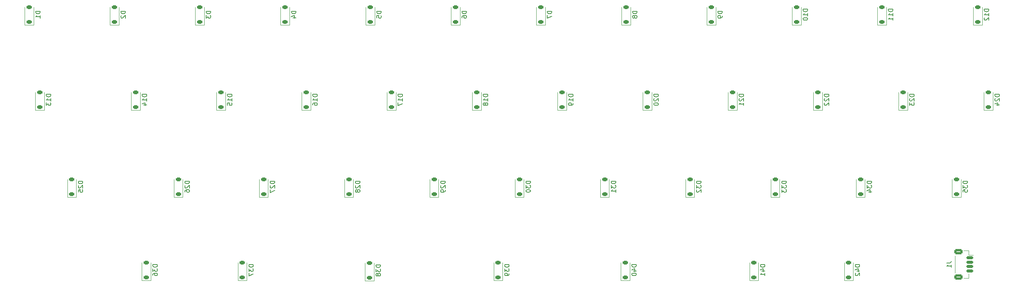
<source format=gbr>
%TF.GenerationSoftware,KiCad,Pcbnew,8.0.8*%
%TF.CreationDate,2025-05-22T13:33:45+02:00*%
%TF.ProjectId,Pancake,50616e63-616b-4652-9e6b-696361645f70,rev?*%
%TF.SameCoordinates,Original*%
%TF.FileFunction,Legend,Bot*%
%TF.FilePolarity,Positive*%
%FSLAX46Y46*%
G04 Gerber Fmt 4.6, Leading zero omitted, Abs format (unit mm)*
G04 Created by KiCad (PCBNEW 8.0.8) date 2025-05-22 13:33:45*
%MOMM*%
%LPD*%
G01*
G04 APERTURE LIST*
G04 Aperture macros list*
%AMRoundRect*
0 Rectangle with rounded corners*
0 $1 Rounding radius*
0 $2 $3 $4 $5 $6 $7 $8 $9 X,Y pos of 4 corners*
0 Add a 4 corners polygon primitive as box body*
4,1,4,$2,$3,$4,$5,$6,$7,$8,$9,$2,$3,0*
0 Add four circle primitives for the rounded corners*
1,1,$1+$1,$2,$3*
1,1,$1+$1,$4,$5*
1,1,$1+$1,$6,$7*
1,1,$1+$1,$8,$9*
0 Add four rect primitives between the rounded corners*
20,1,$1+$1,$2,$3,$4,$5,0*
20,1,$1+$1,$4,$5,$6,$7,0*
20,1,$1+$1,$6,$7,$8,$9,0*
20,1,$1+$1,$8,$9,$2,$3,0*%
%AMHorizOval*
0 Thick line with rounded ends*
0 $1 width*
0 $2 $3 position (X,Y) of the first rounded end (center of the circle)*
0 $4 $5 position (X,Y) of the second rounded end (center of the circle)*
0 Add line between two ends*
20,1,$1,$2,$3,$4,$5,0*
0 Add two circle primitives to create the rounded ends*
1,1,$1,$2,$3*
1,1,$1,$4,$5*%
G04 Aperture macros list end*
%ADD10C,0.150000*%
%ADD11C,0.120000*%
%ADD12C,1.750000*%
%ADD13C,4.000000*%
%ADD14C,2.500000*%
%ADD15O,1.500000X1.500000*%
%ADD16HorizOval,1.500000X0.000000X0.000000X0.000000X0.000000X0*%
%ADD17C,3.048000*%
%ADD18C,3.987800*%
%ADD19RoundRect,0.225000X0.375000X-0.225000X0.375000X0.225000X-0.375000X0.225000X-0.375000X-0.225000X0*%
%ADD20RoundRect,0.150000X-0.625000X0.150000X-0.625000X-0.150000X0.625000X-0.150000X0.625000X0.150000X0*%
%ADD21RoundRect,0.250000X-0.650000X0.350000X-0.650000X-0.350000X0.650000X-0.350000X0.650000X0.350000X0*%
G04 APERTURE END LIST*
D10*
X126756069Y-91495714D02*
X125756069Y-91495714D01*
X125756069Y-91495714D02*
X125756069Y-91733809D01*
X125756069Y-91733809D02*
X125803688Y-91876666D01*
X125803688Y-91876666D02*
X125898926Y-91971904D01*
X125898926Y-91971904D02*
X125994164Y-92019523D01*
X125994164Y-92019523D02*
X126184640Y-92067142D01*
X126184640Y-92067142D02*
X126327497Y-92067142D01*
X126327497Y-92067142D02*
X126517973Y-92019523D01*
X126517973Y-92019523D02*
X126613211Y-91971904D01*
X126613211Y-91971904D02*
X126708450Y-91876666D01*
X126708450Y-91876666D02*
X126756069Y-91733809D01*
X126756069Y-91733809D02*
X126756069Y-91495714D01*
X125756069Y-92400476D02*
X125756069Y-93019523D01*
X125756069Y-93019523D02*
X126137021Y-92686190D01*
X126137021Y-92686190D02*
X126137021Y-92829047D01*
X126137021Y-92829047D02*
X126184640Y-92924285D01*
X126184640Y-92924285D02*
X126232259Y-92971904D01*
X126232259Y-92971904D02*
X126327497Y-93019523D01*
X126327497Y-93019523D02*
X126565592Y-93019523D01*
X126565592Y-93019523D02*
X126660830Y-92971904D01*
X126660830Y-92971904D02*
X126708450Y-92924285D01*
X126708450Y-92924285D02*
X126756069Y-92829047D01*
X126756069Y-92829047D02*
X126756069Y-92543333D01*
X126756069Y-92543333D02*
X126708450Y-92448095D01*
X126708450Y-92448095D02*
X126660830Y-92400476D01*
X126184640Y-93590952D02*
X126137021Y-93495714D01*
X126137021Y-93495714D02*
X126089402Y-93448095D01*
X126089402Y-93448095D02*
X125994164Y-93400476D01*
X125994164Y-93400476D02*
X125946545Y-93400476D01*
X125946545Y-93400476D02*
X125851307Y-93448095D01*
X125851307Y-93448095D02*
X125803688Y-93495714D01*
X125803688Y-93495714D02*
X125756069Y-93590952D01*
X125756069Y-93590952D02*
X125756069Y-93781428D01*
X125756069Y-93781428D02*
X125803688Y-93876666D01*
X125803688Y-93876666D02*
X125851307Y-93924285D01*
X125851307Y-93924285D02*
X125946545Y-93971904D01*
X125946545Y-93971904D02*
X125994164Y-93971904D01*
X125994164Y-93971904D02*
X126089402Y-93924285D01*
X126089402Y-93924285D02*
X126137021Y-93876666D01*
X126137021Y-93876666D02*
X126184640Y-93781428D01*
X126184640Y-93781428D02*
X126184640Y-93590952D01*
X126184640Y-93590952D02*
X126232259Y-93495714D01*
X126232259Y-93495714D02*
X126279878Y-93448095D01*
X126279878Y-93448095D02*
X126375116Y-93400476D01*
X126375116Y-93400476D02*
X126565592Y-93400476D01*
X126565592Y-93400476D02*
X126660830Y-93448095D01*
X126660830Y-93448095D02*
X126708450Y-93495714D01*
X126708450Y-93495714D02*
X126756069Y-93590952D01*
X126756069Y-93590952D02*
X126756069Y-93781428D01*
X126756069Y-93781428D02*
X126708450Y-93876666D01*
X126708450Y-93876666D02*
X126660830Y-93924285D01*
X126660830Y-93924285D02*
X126565592Y-93971904D01*
X126565592Y-93971904D02*
X126375116Y-93971904D01*
X126375116Y-93971904D02*
X126279878Y-93924285D01*
X126279878Y-93924285D02*
X126232259Y-93876666D01*
X126232259Y-93876666D02*
X126184640Y-93781428D01*
X93577319Y-53316339D02*
X92577319Y-53316339D01*
X92577319Y-53316339D02*
X92577319Y-53554434D01*
X92577319Y-53554434D02*
X92624938Y-53697291D01*
X92624938Y-53697291D02*
X92720176Y-53792529D01*
X92720176Y-53792529D02*
X92815414Y-53840148D01*
X92815414Y-53840148D02*
X93005890Y-53887767D01*
X93005890Y-53887767D02*
X93148747Y-53887767D01*
X93148747Y-53887767D02*
X93339223Y-53840148D01*
X93339223Y-53840148D02*
X93434461Y-53792529D01*
X93434461Y-53792529D02*
X93529700Y-53697291D01*
X93529700Y-53697291D02*
X93577319Y-53554434D01*
X93577319Y-53554434D02*
X93577319Y-53316339D01*
X93577319Y-54840148D02*
X93577319Y-54268720D01*
X93577319Y-54554434D02*
X92577319Y-54554434D01*
X92577319Y-54554434D02*
X92720176Y-54459196D01*
X92720176Y-54459196D02*
X92815414Y-54363958D01*
X92815414Y-54363958D02*
X92863033Y-54268720D01*
X92577319Y-55744910D02*
X92577319Y-55268720D01*
X92577319Y-55268720D02*
X93053509Y-55221101D01*
X93053509Y-55221101D02*
X93005890Y-55268720D01*
X93005890Y-55268720D02*
X92958271Y-55363958D01*
X92958271Y-55363958D02*
X92958271Y-55602053D01*
X92958271Y-55602053D02*
X93005890Y-55697291D01*
X93005890Y-55697291D02*
X93053509Y-55744910D01*
X93053509Y-55744910D02*
X93148747Y-55792529D01*
X93148747Y-55792529D02*
X93386842Y-55792529D01*
X93386842Y-55792529D02*
X93482080Y-55744910D01*
X93482080Y-55744910D02*
X93529700Y-55697291D01*
X93529700Y-55697291D02*
X93577319Y-55602053D01*
X93577319Y-55602053D02*
X93577319Y-55363958D01*
X93577319Y-55363958D02*
X93529700Y-55268720D01*
X93529700Y-55268720D02*
X93482080Y-55221101D01*
X222164819Y-34266339D02*
X221164819Y-34266339D01*
X221164819Y-34266339D02*
X221164819Y-34504434D01*
X221164819Y-34504434D02*
X221212438Y-34647291D01*
X221212438Y-34647291D02*
X221307676Y-34742529D01*
X221307676Y-34742529D02*
X221402914Y-34790148D01*
X221402914Y-34790148D02*
X221593390Y-34837767D01*
X221593390Y-34837767D02*
X221736247Y-34837767D01*
X221736247Y-34837767D02*
X221926723Y-34790148D01*
X221926723Y-34790148D02*
X222021961Y-34742529D01*
X222021961Y-34742529D02*
X222117200Y-34647291D01*
X222117200Y-34647291D02*
X222164819Y-34504434D01*
X222164819Y-34504434D02*
X222164819Y-34266339D01*
X222164819Y-35790148D02*
X222164819Y-35218720D01*
X222164819Y-35504434D02*
X221164819Y-35504434D01*
X221164819Y-35504434D02*
X221307676Y-35409196D01*
X221307676Y-35409196D02*
X221402914Y-35313958D01*
X221402914Y-35313958D02*
X221450533Y-35218720D01*
X221164819Y-36409196D02*
X221164819Y-36504434D01*
X221164819Y-36504434D02*
X221212438Y-36599672D01*
X221212438Y-36599672D02*
X221260057Y-36647291D01*
X221260057Y-36647291D02*
X221355295Y-36694910D01*
X221355295Y-36694910D02*
X221545771Y-36742529D01*
X221545771Y-36742529D02*
X221783866Y-36742529D01*
X221783866Y-36742529D02*
X221974342Y-36694910D01*
X221974342Y-36694910D02*
X222069580Y-36647291D01*
X222069580Y-36647291D02*
X222117200Y-36599672D01*
X222117200Y-36599672D02*
X222164819Y-36504434D01*
X222164819Y-36504434D02*
X222164819Y-36409196D01*
X222164819Y-36409196D02*
X222117200Y-36313958D01*
X222117200Y-36313958D02*
X222069580Y-36266339D01*
X222069580Y-36266339D02*
X221974342Y-36218720D01*
X221974342Y-36218720D02*
X221783866Y-36171101D01*
X221783866Y-36171101D02*
X221545771Y-36171101D01*
X221545771Y-36171101D02*
X221355295Y-36218720D01*
X221355295Y-36218720D02*
X221260057Y-36266339D01*
X221260057Y-36266339D02*
X221212438Y-36313958D01*
X221212438Y-36313958D02*
X221164819Y-36409196D01*
X160252319Y-72763214D02*
X159252319Y-72763214D01*
X159252319Y-72763214D02*
X159252319Y-73001309D01*
X159252319Y-73001309D02*
X159299938Y-73144166D01*
X159299938Y-73144166D02*
X159395176Y-73239404D01*
X159395176Y-73239404D02*
X159490414Y-73287023D01*
X159490414Y-73287023D02*
X159680890Y-73334642D01*
X159680890Y-73334642D02*
X159823747Y-73334642D01*
X159823747Y-73334642D02*
X160014223Y-73287023D01*
X160014223Y-73287023D02*
X160109461Y-73239404D01*
X160109461Y-73239404D02*
X160204700Y-73144166D01*
X160204700Y-73144166D02*
X160252319Y-73001309D01*
X160252319Y-73001309D02*
X160252319Y-72763214D01*
X159252319Y-73667976D02*
X159252319Y-74287023D01*
X159252319Y-74287023D02*
X159633271Y-73953690D01*
X159633271Y-73953690D02*
X159633271Y-74096547D01*
X159633271Y-74096547D02*
X159680890Y-74191785D01*
X159680890Y-74191785D02*
X159728509Y-74239404D01*
X159728509Y-74239404D02*
X159823747Y-74287023D01*
X159823747Y-74287023D02*
X160061842Y-74287023D01*
X160061842Y-74287023D02*
X160157080Y-74239404D01*
X160157080Y-74239404D02*
X160204700Y-74191785D01*
X160204700Y-74191785D02*
X160252319Y-74096547D01*
X160252319Y-74096547D02*
X160252319Y-73810833D01*
X160252319Y-73810833D02*
X160204700Y-73715595D01*
X160204700Y-73715595D02*
X160157080Y-73667976D01*
X159252319Y-74906071D02*
X159252319Y-75001309D01*
X159252319Y-75001309D02*
X159299938Y-75096547D01*
X159299938Y-75096547D02*
X159347557Y-75144166D01*
X159347557Y-75144166D02*
X159442795Y-75191785D01*
X159442795Y-75191785D02*
X159633271Y-75239404D01*
X159633271Y-75239404D02*
X159871366Y-75239404D01*
X159871366Y-75239404D02*
X160061842Y-75191785D01*
X160061842Y-75191785D02*
X160157080Y-75144166D01*
X160157080Y-75144166D02*
X160204700Y-75096547D01*
X160204700Y-75096547D02*
X160252319Y-75001309D01*
X160252319Y-75001309D02*
X160252319Y-74906071D01*
X160252319Y-74906071D02*
X160204700Y-74810833D01*
X160204700Y-74810833D02*
X160157080Y-74763214D01*
X160157080Y-74763214D02*
X160061842Y-74715595D01*
X160061842Y-74715595D02*
X159871366Y-74667976D01*
X159871366Y-74667976D02*
X159633271Y-74667976D01*
X159633271Y-74667976D02*
X159442795Y-74715595D01*
X159442795Y-74715595D02*
X159347557Y-74763214D01*
X159347557Y-74763214D02*
X159299938Y-74810833D01*
X159299938Y-74810833D02*
X159252319Y-74906071D01*
X184064819Y-34742530D02*
X183064819Y-34742530D01*
X183064819Y-34742530D02*
X183064819Y-34980625D01*
X183064819Y-34980625D02*
X183112438Y-35123482D01*
X183112438Y-35123482D02*
X183207676Y-35218720D01*
X183207676Y-35218720D02*
X183302914Y-35266339D01*
X183302914Y-35266339D02*
X183493390Y-35313958D01*
X183493390Y-35313958D02*
X183636247Y-35313958D01*
X183636247Y-35313958D02*
X183826723Y-35266339D01*
X183826723Y-35266339D02*
X183921961Y-35218720D01*
X183921961Y-35218720D02*
X184017200Y-35123482D01*
X184017200Y-35123482D02*
X184064819Y-34980625D01*
X184064819Y-34980625D02*
X184064819Y-34742530D01*
X183493390Y-35885387D02*
X183445771Y-35790149D01*
X183445771Y-35790149D02*
X183398152Y-35742530D01*
X183398152Y-35742530D02*
X183302914Y-35694911D01*
X183302914Y-35694911D02*
X183255295Y-35694911D01*
X183255295Y-35694911D02*
X183160057Y-35742530D01*
X183160057Y-35742530D02*
X183112438Y-35790149D01*
X183112438Y-35790149D02*
X183064819Y-35885387D01*
X183064819Y-35885387D02*
X183064819Y-36075863D01*
X183064819Y-36075863D02*
X183112438Y-36171101D01*
X183112438Y-36171101D02*
X183160057Y-36218720D01*
X183160057Y-36218720D02*
X183255295Y-36266339D01*
X183255295Y-36266339D02*
X183302914Y-36266339D01*
X183302914Y-36266339D02*
X183398152Y-36218720D01*
X183398152Y-36218720D02*
X183445771Y-36171101D01*
X183445771Y-36171101D02*
X183493390Y-36075863D01*
X183493390Y-36075863D02*
X183493390Y-35885387D01*
X183493390Y-35885387D02*
X183541009Y-35790149D01*
X183541009Y-35790149D02*
X183588628Y-35742530D01*
X183588628Y-35742530D02*
X183683866Y-35694911D01*
X183683866Y-35694911D02*
X183874342Y-35694911D01*
X183874342Y-35694911D02*
X183969580Y-35742530D01*
X183969580Y-35742530D02*
X184017200Y-35790149D01*
X184017200Y-35790149D02*
X184064819Y-35885387D01*
X184064819Y-35885387D02*
X184064819Y-36075863D01*
X184064819Y-36075863D02*
X184017200Y-36171101D01*
X184017200Y-36171101D02*
X183969580Y-36218720D01*
X183969580Y-36218720D02*
X183874342Y-36266339D01*
X183874342Y-36266339D02*
X183683866Y-36266339D01*
X183683866Y-36266339D02*
X183588628Y-36218720D01*
X183588628Y-36218720D02*
X183541009Y-36171101D01*
X183541009Y-36171101D02*
X183493390Y-36075863D01*
X98339819Y-91416339D02*
X97339819Y-91416339D01*
X97339819Y-91416339D02*
X97339819Y-91654434D01*
X97339819Y-91654434D02*
X97387438Y-91797291D01*
X97387438Y-91797291D02*
X97482676Y-91892529D01*
X97482676Y-91892529D02*
X97577914Y-91940148D01*
X97577914Y-91940148D02*
X97768390Y-91987767D01*
X97768390Y-91987767D02*
X97911247Y-91987767D01*
X97911247Y-91987767D02*
X98101723Y-91940148D01*
X98101723Y-91940148D02*
X98196961Y-91892529D01*
X98196961Y-91892529D02*
X98292200Y-91797291D01*
X98292200Y-91797291D02*
X98339819Y-91654434D01*
X98339819Y-91654434D02*
X98339819Y-91416339D01*
X97339819Y-92321101D02*
X97339819Y-92940148D01*
X97339819Y-92940148D02*
X97720771Y-92606815D01*
X97720771Y-92606815D02*
X97720771Y-92749672D01*
X97720771Y-92749672D02*
X97768390Y-92844910D01*
X97768390Y-92844910D02*
X97816009Y-92892529D01*
X97816009Y-92892529D02*
X97911247Y-92940148D01*
X97911247Y-92940148D02*
X98149342Y-92940148D01*
X98149342Y-92940148D02*
X98244580Y-92892529D01*
X98244580Y-92892529D02*
X98292200Y-92844910D01*
X98292200Y-92844910D02*
X98339819Y-92749672D01*
X98339819Y-92749672D02*
X98339819Y-92463958D01*
X98339819Y-92463958D02*
X98292200Y-92368720D01*
X98292200Y-92368720D02*
X98244580Y-92321101D01*
X97339819Y-93273482D02*
X97339819Y-93940148D01*
X97339819Y-93940148D02*
X98339819Y-93511577D01*
X50714819Y-34742530D02*
X49714819Y-34742530D01*
X49714819Y-34742530D02*
X49714819Y-34980625D01*
X49714819Y-34980625D02*
X49762438Y-35123482D01*
X49762438Y-35123482D02*
X49857676Y-35218720D01*
X49857676Y-35218720D02*
X49952914Y-35266339D01*
X49952914Y-35266339D02*
X50143390Y-35313958D01*
X50143390Y-35313958D02*
X50286247Y-35313958D01*
X50286247Y-35313958D02*
X50476723Y-35266339D01*
X50476723Y-35266339D02*
X50571961Y-35218720D01*
X50571961Y-35218720D02*
X50667200Y-35123482D01*
X50667200Y-35123482D02*
X50714819Y-34980625D01*
X50714819Y-34980625D02*
X50714819Y-34742530D01*
X50714819Y-36266339D02*
X50714819Y-35694911D01*
X50714819Y-35980625D02*
X49714819Y-35980625D01*
X49714819Y-35980625D02*
X49857676Y-35885387D01*
X49857676Y-35885387D02*
X49952914Y-35790149D01*
X49952914Y-35790149D02*
X50000533Y-35694911D01*
X217402319Y-72763214D02*
X216402319Y-72763214D01*
X216402319Y-72763214D02*
X216402319Y-73001309D01*
X216402319Y-73001309D02*
X216449938Y-73144166D01*
X216449938Y-73144166D02*
X216545176Y-73239404D01*
X216545176Y-73239404D02*
X216640414Y-73287023D01*
X216640414Y-73287023D02*
X216830890Y-73334642D01*
X216830890Y-73334642D02*
X216973747Y-73334642D01*
X216973747Y-73334642D02*
X217164223Y-73287023D01*
X217164223Y-73287023D02*
X217259461Y-73239404D01*
X217259461Y-73239404D02*
X217354700Y-73144166D01*
X217354700Y-73144166D02*
X217402319Y-73001309D01*
X217402319Y-73001309D02*
X217402319Y-72763214D01*
X216402319Y-73667976D02*
X216402319Y-74287023D01*
X216402319Y-74287023D02*
X216783271Y-73953690D01*
X216783271Y-73953690D02*
X216783271Y-74096547D01*
X216783271Y-74096547D02*
X216830890Y-74191785D01*
X216830890Y-74191785D02*
X216878509Y-74239404D01*
X216878509Y-74239404D02*
X216973747Y-74287023D01*
X216973747Y-74287023D02*
X217211842Y-74287023D01*
X217211842Y-74287023D02*
X217307080Y-74239404D01*
X217307080Y-74239404D02*
X217354700Y-74191785D01*
X217354700Y-74191785D02*
X217402319Y-74096547D01*
X217402319Y-74096547D02*
X217402319Y-73810833D01*
X217402319Y-73810833D02*
X217354700Y-73715595D01*
X217354700Y-73715595D02*
X217307080Y-73667976D01*
X216402319Y-74620357D02*
X216402319Y-75239404D01*
X216402319Y-75239404D02*
X216783271Y-74906071D01*
X216783271Y-74906071D02*
X216783271Y-75048928D01*
X216783271Y-75048928D02*
X216830890Y-75144166D01*
X216830890Y-75144166D02*
X216878509Y-75191785D01*
X216878509Y-75191785D02*
X216973747Y-75239404D01*
X216973747Y-75239404D02*
X217211842Y-75239404D01*
X217211842Y-75239404D02*
X217307080Y-75191785D01*
X217307080Y-75191785D02*
X217354700Y-75144166D01*
X217354700Y-75144166D02*
X217402319Y-75048928D01*
X217402319Y-75048928D02*
X217402319Y-74763214D01*
X217402319Y-74763214D02*
X217354700Y-74667976D01*
X217354700Y-74667976D02*
X217307080Y-74620357D01*
X226927319Y-53316339D02*
X225927319Y-53316339D01*
X225927319Y-53316339D02*
X225927319Y-53554434D01*
X225927319Y-53554434D02*
X225974938Y-53697291D01*
X225974938Y-53697291D02*
X226070176Y-53792529D01*
X226070176Y-53792529D02*
X226165414Y-53840148D01*
X226165414Y-53840148D02*
X226355890Y-53887767D01*
X226355890Y-53887767D02*
X226498747Y-53887767D01*
X226498747Y-53887767D02*
X226689223Y-53840148D01*
X226689223Y-53840148D02*
X226784461Y-53792529D01*
X226784461Y-53792529D02*
X226879700Y-53697291D01*
X226879700Y-53697291D02*
X226927319Y-53554434D01*
X226927319Y-53554434D02*
X226927319Y-53316339D01*
X226022557Y-54268720D02*
X225974938Y-54316339D01*
X225974938Y-54316339D02*
X225927319Y-54411577D01*
X225927319Y-54411577D02*
X225927319Y-54649672D01*
X225927319Y-54649672D02*
X225974938Y-54744910D01*
X225974938Y-54744910D02*
X226022557Y-54792529D01*
X226022557Y-54792529D02*
X226117795Y-54840148D01*
X226117795Y-54840148D02*
X226213033Y-54840148D01*
X226213033Y-54840148D02*
X226355890Y-54792529D01*
X226355890Y-54792529D02*
X226927319Y-54221101D01*
X226927319Y-54221101D02*
X226927319Y-54840148D01*
X226022557Y-55221101D02*
X225974938Y-55268720D01*
X225974938Y-55268720D02*
X225927319Y-55363958D01*
X225927319Y-55363958D02*
X225927319Y-55602053D01*
X225927319Y-55602053D02*
X225974938Y-55697291D01*
X225974938Y-55697291D02*
X226022557Y-55744910D01*
X226022557Y-55744910D02*
X226117795Y-55792529D01*
X226117795Y-55792529D02*
X226213033Y-55792529D01*
X226213033Y-55792529D02*
X226355890Y-55744910D01*
X226355890Y-55744910D02*
X226927319Y-55173482D01*
X226927319Y-55173482D02*
X226927319Y-55792529D01*
X265027319Y-53316339D02*
X264027319Y-53316339D01*
X264027319Y-53316339D02*
X264027319Y-53554434D01*
X264027319Y-53554434D02*
X264074938Y-53697291D01*
X264074938Y-53697291D02*
X264170176Y-53792529D01*
X264170176Y-53792529D02*
X264265414Y-53840148D01*
X264265414Y-53840148D02*
X264455890Y-53887767D01*
X264455890Y-53887767D02*
X264598747Y-53887767D01*
X264598747Y-53887767D02*
X264789223Y-53840148D01*
X264789223Y-53840148D02*
X264884461Y-53792529D01*
X264884461Y-53792529D02*
X264979700Y-53697291D01*
X264979700Y-53697291D02*
X265027319Y-53554434D01*
X265027319Y-53554434D02*
X265027319Y-53316339D01*
X264122557Y-54268720D02*
X264074938Y-54316339D01*
X264074938Y-54316339D02*
X264027319Y-54411577D01*
X264027319Y-54411577D02*
X264027319Y-54649672D01*
X264027319Y-54649672D02*
X264074938Y-54744910D01*
X264074938Y-54744910D02*
X264122557Y-54792529D01*
X264122557Y-54792529D02*
X264217795Y-54840148D01*
X264217795Y-54840148D02*
X264313033Y-54840148D01*
X264313033Y-54840148D02*
X264455890Y-54792529D01*
X264455890Y-54792529D02*
X265027319Y-54221101D01*
X265027319Y-54221101D02*
X265027319Y-54840148D01*
X264360652Y-55697291D02*
X265027319Y-55697291D01*
X263979700Y-55459196D02*
X264693985Y-55221101D01*
X264693985Y-55221101D02*
X264693985Y-55840148D01*
X257883569Y-72763214D02*
X256883569Y-72763214D01*
X256883569Y-72763214D02*
X256883569Y-73001309D01*
X256883569Y-73001309D02*
X256931188Y-73144166D01*
X256931188Y-73144166D02*
X257026426Y-73239404D01*
X257026426Y-73239404D02*
X257121664Y-73287023D01*
X257121664Y-73287023D02*
X257312140Y-73334642D01*
X257312140Y-73334642D02*
X257454997Y-73334642D01*
X257454997Y-73334642D02*
X257645473Y-73287023D01*
X257645473Y-73287023D02*
X257740711Y-73239404D01*
X257740711Y-73239404D02*
X257835950Y-73144166D01*
X257835950Y-73144166D02*
X257883569Y-73001309D01*
X257883569Y-73001309D02*
X257883569Y-72763214D01*
X256883569Y-73667976D02*
X256883569Y-74287023D01*
X256883569Y-74287023D02*
X257264521Y-73953690D01*
X257264521Y-73953690D02*
X257264521Y-74096547D01*
X257264521Y-74096547D02*
X257312140Y-74191785D01*
X257312140Y-74191785D02*
X257359759Y-74239404D01*
X257359759Y-74239404D02*
X257454997Y-74287023D01*
X257454997Y-74287023D02*
X257693092Y-74287023D01*
X257693092Y-74287023D02*
X257788330Y-74239404D01*
X257788330Y-74239404D02*
X257835950Y-74191785D01*
X257835950Y-74191785D02*
X257883569Y-74096547D01*
X257883569Y-74096547D02*
X257883569Y-73810833D01*
X257883569Y-73810833D02*
X257835950Y-73715595D01*
X257835950Y-73715595D02*
X257788330Y-73667976D01*
X256883569Y-75191785D02*
X256883569Y-74715595D01*
X256883569Y-74715595D02*
X257359759Y-74667976D01*
X257359759Y-74667976D02*
X257312140Y-74715595D01*
X257312140Y-74715595D02*
X257264521Y-74810833D01*
X257264521Y-74810833D02*
X257264521Y-75048928D01*
X257264521Y-75048928D02*
X257312140Y-75144166D01*
X257312140Y-75144166D02*
X257359759Y-75191785D01*
X257359759Y-75191785D02*
X257454997Y-75239404D01*
X257454997Y-75239404D02*
X257693092Y-75239404D01*
X257693092Y-75239404D02*
X257788330Y-75191785D01*
X257788330Y-75191785D02*
X257835950Y-75144166D01*
X257835950Y-75144166D02*
X257883569Y-75048928D01*
X257883569Y-75048928D02*
X257883569Y-74810833D01*
X257883569Y-74810833D02*
X257835950Y-74715595D01*
X257835950Y-74715595D02*
X257788330Y-74667976D01*
X165014819Y-34742530D02*
X164014819Y-34742530D01*
X164014819Y-34742530D02*
X164014819Y-34980625D01*
X164014819Y-34980625D02*
X164062438Y-35123482D01*
X164062438Y-35123482D02*
X164157676Y-35218720D01*
X164157676Y-35218720D02*
X164252914Y-35266339D01*
X164252914Y-35266339D02*
X164443390Y-35313958D01*
X164443390Y-35313958D02*
X164586247Y-35313958D01*
X164586247Y-35313958D02*
X164776723Y-35266339D01*
X164776723Y-35266339D02*
X164871961Y-35218720D01*
X164871961Y-35218720D02*
X164967200Y-35123482D01*
X164967200Y-35123482D02*
X165014819Y-34980625D01*
X165014819Y-34980625D02*
X165014819Y-34742530D01*
X164014819Y-35647292D02*
X164014819Y-36313958D01*
X164014819Y-36313958D02*
X165014819Y-35885387D01*
X141202319Y-72763214D02*
X140202319Y-72763214D01*
X140202319Y-72763214D02*
X140202319Y-73001309D01*
X140202319Y-73001309D02*
X140249938Y-73144166D01*
X140249938Y-73144166D02*
X140345176Y-73239404D01*
X140345176Y-73239404D02*
X140440414Y-73287023D01*
X140440414Y-73287023D02*
X140630890Y-73334642D01*
X140630890Y-73334642D02*
X140773747Y-73334642D01*
X140773747Y-73334642D02*
X140964223Y-73287023D01*
X140964223Y-73287023D02*
X141059461Y-73239404D01*
X141059461Y-73239404D02*
X141154700Y-73144166D01*
X141154700Y-73144166D02*
X141202319Y-73001309D01*
X141202319Y-73001309D02*
X141202319Y-72763214D01*
X140297557Y-73715595D02*
X140249938Y-73763214D01*
X140249938Y-73763214D02*
X140202319Y-73858452D01*
X140202319Y-73858452D02*
X140202319Y-74096547D01*
X140202319Y-74096547D02*
X140249938Y-74191785D01*
X140249938Y-74191785D02*
X140297557Y-74239404D01*
X140297557Y-74239404D02*
X140392795Y-74287023D01*
X140392795Y-74287023D02*
X140488033Y-74287023D01*
X140488033Y-74287023D02*
X140630890Y-74239404D01*
X140630890Y-74239404D02*
X141202319Y-73667976D01*
X141202319Y-73667976D02*
X141202319Y-74287023D01*
X141202319Y-74763214D02*
X141202319Y-74953690D01*
X141202319Y-74953690D02*
X141154700Y-75048928D01*
X141154700Y-75048928D02*
X141107080Y-75096547D01*
X141107080Y-75096547D02*
X140964223Y-75191785D01*
X140964223Y-75191785D02*
X140773747Y-75239404D01*
X140773747Y-75239404D02*
X140392795Y-75239404D01*
X140392795Y-75239404D02*
X140297557Y-75191785D01*
X140297557Y-75191785D02*
X140249938Y-75144166D01*
X140249938Y-75144166D02*
X140202319Y-75048928D01*
X140202319Y-75048928D02*
X140202319Y-74858452D01*
X140202319Y-74858452D02*
X140249938Y-74763214D01*
X140249938Y-74763214D02*
X140297557Y-74715595D01*
X140297557Y-74715595D02*
X140392795Y-74667976D01*
X140392795Y-74667976D02*
X140630890Y-74667976D01*
X140630890Y-74667976D02*
X140726128Y-74715595D01*
X140726128Y-74715595D02*
X140773747Y-74763214D01*
X140773747Y-74763214D02*
X140821366Y-74858452D01*
X140821366Y-74858452D02*
X140821366Y-75048928D01*
X140821366Y-75048928D02*
X140773747Y-75144166D01*
X140773747Y-75144166D02*
X140726128Y-75191785D01*
X140726128Y-75191785D02*
X140630890Y-75239404D01*
X179302319Y-72763214D02*
X178302319Y-72763214D01*
X178302319Y-72763214D02*
X178302319Y-73001309D01*
X178302319Y-73001309D02*
X178349938Y-73144166D01*
X178349938Y-73144166D02*
X178445176Y-73239404D01*
X178445176Y-73239404D02*
X178540414Y-73287023D01*
X178540414Y-73287023D02*
X178730890Y-73334642D01*
X178730890Y-73334642D02*
X178873747Y-73334642D01*
X178873747Y-73334642D02*
X179064223Y-73287023D01*
X179064223Y-73287023D02*
X179159461Y-73239404D01*
X179159461Y-73239404D02*
X179254700Y-73144166D01*
X179254700Y-73144166D02*
X179302319Y-73001309D01*
X179302319Y-73001309D02*
X179302319Y-72763214D01*
X178302319Y-73667976D02*
X178302319Y-74287023D01*
X178302319Y-74287023D02*
X178683271Y-73953690D01*
X178683271Y-73953690D02*
X178683271Y-74096547D01*
X178683271Y-74096547D02*
X178730890Y-74191785D01*
X178730890Y-74191785D02*
X178778509Y-74239404D01*
X178778509Y-74239404D02*
X178873747Y-74287023D01*
X178873747Y-74287023D02*
X179111842Y-74287023D01*
X179111842Y-74287023D02*
X179207080Y-74239404D01*
X179207080Y-74239404D02*
X179254700Y-74191785D01*
X179254700Y-74191785D02*
X179302319Y-74096547D01*
X179302319Y-74096547D02*
X179302319Y-73810833D01*
X179302319Y-73810833D02*
X179254700Y-73715595D01*
X179254700Y-73715595D02*
X179207080Y-73667976D01*
X179302319Y-75239404D02*
X179302319Y-74667976D01*
X179302319Y-74953690D02*
X178302319Y-74953690D01*
X178302319Y-74953690D02*
X178445176Y-74858452D01*
X178445176Y-74858452D02*
X178540414Y-74763214D01*
X178540414Y-74763214D02*
X178588033Y-74667976D01*
X155489819Y-91416339D02*
X154489819Y-91416339D01*
X154489819Y-91416339D02*
X154489819Y-91654434D01*
X154489819Y-91654434D02*
X154537438Y-91797291D01*
X154537438Y-91797291D02*
X154632676Y-91892529D01*
X154632676Y-91892529D02*
X154727914Y-91940148D01*
X154727914Y-91940148D02*
X154918390Y-91987767D01*
X154918390Y-91987767D02*
X155061247Y-91987767D01*
X155061247Y-91987767D02*
X155251723Y-91940148D01*
X155251723Y-91940148D02*
X155346961Y-91892529D01*
X155346961Y-91892529D02*
X155442200Y-91797291D01*
X155442200Y-91797291D02*
X155489819Y-91654434D01*
X155489819Y-91654434D02*
X155489819Y-91416339D01*
X154489819Y-92321101D02*
X154489819Y-92940148D01*
X154489819Y-92940148D02*
X154870771Y-92606815D01*
X154870771Y-92606815D02*
X154870771Y-92749672D01*
X154870771Y-92749672D02*
X154918390Y-92844910D01*
X154918390Y-92844910D02*
X154966009Y-92892529D01*
X154966009Y-92892529D02*
X155061247Y-92940148D01*
X155061247Y-92940148D02*
X155299342Y-92940148D01*
X155299342Y-92940148D02*
X155394580Y-92892529D01*
X155394580Y-92892529D02*
X155442200Y-92844910D01*
X155442200Y-92844910D02*
X155489819Y-92749672D01*
X155489819Y-92749672D02*
X155489819Y-92463958D01*
X155489819Y-92463958D02*
X155442200Y-92368720D01*
X155442200Y-92368720D02*
X155394580Y-92321101D01*
X155489819Y-93416339D02*
X155489819Y-93606815D01*
X155489819Y-93606815D02*
X155442200Y-93702053D01*
X155442200Y-93702053D02*
X155394580Y-93749672D01*
X155394580Y-93749672D02*
X155251723Y-93844910D01*
X155251723Y-93844910D02*
X155061247Y-93892529D01*
X155061247Y-93892529D02*
X154680295Y-93892529D01*
X154680295Y-93892529D02*
X154585057Y-93844910D01*
X154585057Y-93844910D02*
X154537438Y-93797291D01*
X154537438Y-93797291D02*
X154489819Y-93702053D01*
X154489819Y-93702053D02*
X154489819Y-93511577D01*
X154489819Y-93511577D02*
X154537438Y-93416339D01*
X154537438Y-93416339D02*
X154585057Y-93368720D01*
X154585057Y-93368720D02*
X154680295Y-93321101D01*
X154680295Y-93321101D02*
X154918390Y-93321101D01*
X154918390Y-93321101D02*
X155013628Y-93368720D01*
X155013628Y-93368720D02*
X155061247Y-93416339D01*
X155061247Y-93416339D02*
X155108866Y-93511577D01*
X155108866Y-93511577D02*
X155108866Y-93702053D01*
X155108866Y-93702053D02*
X155061247Y-93797291D01*
X155061247Y-93797291D02*
X155013628Y-93844910D01*
X155013628Y-93844910D02*
X154918390Y-93892529D01*
X241214819Y-34266339D02*
X240214819Y-34266339D01*
X240214819Y-34266339D02*
X240214819Y-34504434D01*
X240214819Y-34504434D02*
X240262438Y-34647291D01*
X240262438Y-34647291D02*
X240357676Y-34742529D01*
X240357676Y-34742529D02*
X240452914Y-34790148D01*
X240452914Y-34790148D02*
X240643390Y-34837767D01*
X240643390Y-34837767D02*
X240786247Y-34837767D01*
X240786247Y-34837767D02*
X240976723Y-34790148D01*
X240976723Y-34790148D02*
X241071961Y-34742529D01*
X241071961Y-34742529D02*
X241167200Y-34647291D01*
X241167200Y-34647291D02*
X241214819Y-34504434D01*
X241214819Y-34504434D02*
X241214819Y-34266339D01*
X241214819Y-35790148D02*
X241214819Y-35218720D01*
X241214819Y-35504434D02*
X240214819Y-35504434D01*
X240214819Y-35504434D02*
X240357676Y-35409196D01*
X240357676Y-35409196D02*
X240452914Y-35313958D01*
X240452914Y-35313958D02*
X240500533Y-35218720D01*
X241214819Y-36742529D02*
X241214819Y-36171101D01*
X241214819Y-36456815D02*
X240214819Y-36456815D01*
X240214819Y-36456815D02*
X240357676Y-36361577D01*
X240357676Y-36361577D02*
X240452914Y-36266339D01*
X240452914Y-36266339D02*
X240500533Y-36171101D01*
X203114819Y-34742530D02*
X202114819Y-34742530D01*
X202114819Y-34742530D02*
X202114819Y-34980625D01*
X202114819Y-34980625D02*
X202162438Y-35123482D01*
X202162438Y-35123482D02*
X202257676Y-35218720D01*
X202257676Y-35218720D02*
X202352914Y-35266339D01*
X202352914Y-35266339D02*
X202543390Y-35313958D01*
X202543390Y-35313958D02*
X202686247Y-35313958D01*
X202686247Y-35313958D02*
X202876723Y-35266339D01*
X202876723Y-35266339D02*
X202971961Y-35218720D01*
X202971961Y-35218720D02*
X203067200Y-35123482D01*
X203067200Y-35123482D02*
X203114819Y-34980625D01*
X203114819Y-34980625D02*
X203114819Y-34742530D01*
X203114819Y-35790149D02*
X203114819Y-35980625D01*
X203114819Y-35980625D02*
X203067200Y-36075863D01*
X203067200Y-36075863D02*
X203019580Y-36123482D01*
X203019580Y-36123482D02*
X202876723Y-36218720D01*
X202876723Y-36218720D02*
X202686247Y-36266339D01*
X202686247Y-36266339D02*
X202305295Y-36266339D01*
X202305295Y-36266339D02*
X202210057Y-36218720D01*
X202210057Y-36218720D02*
X202162438Y-36171101D01*
X202162438Y-36171101D02*
X202114819Y-36075863D01*
X202114819Y-36075863D02*
X202114819Y-35885387D01*
X202114819Y-35885387D02*
X202162438Y-35790149D01*
X202162438Y-35790149D02*
X202210057Y-35742530D01*
X202210057Y-35742530D02*
X202305295Y-35694911D01*
X202305295Y-35694911D02*
X202543390Y-35694911D01*
X202543390Y-35694911D02*
X202638628Y-35742530D01*
X202638628Y-35742530D02*
X202686247Y-35790149D01*
X202686247Y-35790149D02*
X202733866Y-35885387D01*
X202733866Y-35885387D02*
X202733866Y-36075863D01*
X202733866Y-36075863D02*
X202686247Y-36171101D01*
X202686247Y-36171101D02*
X202638628Y-36218720D01*
X202638628Y-36218720D02*
X202543390Y-36266339D01*
X103102319Y-72763214D02*
X102102319Y-72763214D01*
X102102319Y-72763214D02*
X102102319Y-73001309D01*
X102102319Y-73001309D02*
X102149938Y-73144166D01*
X102149938Y-73144166D02*
X102245176Y-73239404D01*
X102245176Y-73239404D02*
X102340414Y-73287023D01*
X102340414Y-73287023D02*
X102530890Y-73334642D01*
X102530890Y-73334642D02*
X102673747Y-73334642D01*
X102673747Y-73334642D02*
X102864223Y-73287023D01*
X102864223Y-73287023D02*
X102959461Y-73239404D01*
X102959461Y-73239404D02*
X103054700Y-73144166D01*
X103054700Y-73144166D02*
X103102319Y-73001309D01*
X103102319Y-73001309D02*
X103102319Y-72763214D01*
X102197557Y-73715595D02*
X102149938Y-73763214D01*
X102149938Y-73763214D02*
X102102319Y-73858452D01*
X102102319Y-73858452D02*
X102102319Y-74096547D01*
X102102319Y-74096547D02*
X102149938Y-74191785D01*
X102149938Y-74191785D02*
X102197557Y-74239404D01*
X102197557Y-74239404D02*
X102292795Y-74287023D01*
X102292795Y-74287023D02*
X102388033Y-74287023D01*
X102388033Y-74287023D02*
X102530890Y-74239404D01*
X102530890Y-74239404D02*
X103102319Y-73667976D01*
X103102319Y-73667976D02*
X103102319Y-74287023D01*
X102102319Y-74620357D02*
X102102319Y-75287023D01*
X102102319Y-75287023D02*
X103102319Y-74858452D01*
X236452319Y-72763214D02*
X235452319Y-72763214D01*
X235452319Y-72763214D02*
X235452319Y-73001309D01*
X235452319Y-73001309D02*
X235499938Y-73144166D01*
X235499938Y-73144166D02*
X235595176Y-73239404D01*
X235595176Y-73239404D02*
X235690414Y-73287023D01*
X235690414Y-73287023D02*
X235880890Y-73334642D01*
X235880890Y-73334642D02*
X236023747Y-73334642D01*
X236023747Y-73334642D02*
X236214223Y-73287023D01*
X236214223Y-73287023D02*
X236309461Y-73239404D01*
X236309461Y-73239404D02*
X236404700Y-73144166D01*
X236404700Y-73144166D02*
X236452319Y-73001309D01*
X236452319Y-73001309D02*
X236452319Y-72763214D01*
X235452319Y-73667976D02*
X235452319Y-74287023D01*
X235452319Y-74287023D02*
X235833271Y-73953690D01*
X235833271Y-73953690D02*
X235833271Y-74096547D01*
X235833271Y-74096547D02*
X235880890Y-74191785D01*
X235880890Y-74191785D02*
X235928509Y-74239404D01*
X235928509Y-74239404D02*
X236023747Y-74287023D01*
X236023747Y-74287023D02*
X236261842Y-74287023D01*
X236261842Y-74287023D02*
X236357080Y-74239404D01*
X236357080Y-74239404D02*
X236404700Y-74191785D01*
X236404700Y-74191785D02*
X236452319Y-74096547D01*
X236452319Y-74096547D02*
X236452319Y-73810833D01*
X236452319Y-73810833D02*
X236404700Y-73715595D01*
X236404700Y-73715595D02*
X236357080Y-73667976D01*
X235785652Y-75144166D02*
X236452319Y-75144166D01*
X235404700Y-74906071D02*
X236118985Y-74667976D01*
X236118985Y-74667976D02*
X236118985Y-75287023D01*
X207877319Y-53316339D02*
X206877319Y-53316339D01*
X206877319Y-53316339D02*
X206877319Y-53554434D01*
X206877319Y-53554434D02*
X206924938Y-53697291D01*
X206924938Y-53697291D02*
X207020176Y-53792529D01*
X207020176Y-53792529D02*
X207115414Y-53840148D01*
X207115414Y-53840148D02*
X207305890Y-53887767D01*
X207305890Y-53887767D02*
X207448747Y-53887767D01*
X207448747Y-53887767D02*
X207639223Y-53840148D01*
X207639223Y-53840148D02*
X207734461Y-53792529D01*
X207734461Y-53792529D02*
X207829700Y-53697291D01*
X207829700Y-53697291D02*
X207877319Y-53554434D01*
X207877319Y-53554434D02*
X207877319Y-53316339D01*
X206972557Y-54268720D02*
X206924938Y-54316339D01*
X206924938Y-54316339D02*
X206877319Y-54411577D01*
X206877319Y-54411577D02*
X206877319Y-54649672D01*
X206877319Y-54649672D02*
X206924938Y-54744910D01*
X206924938Y-54744910D02*
X206972557Y-54792529D01*
X206972557Y-54792529D02*
X207067795Y-54840148D01*
X207067795Y-54840148D02*
X207163033Y-54840148D01*
X207163033Y-54840148D02*
X207305890Y-54792529D01*
X207305890Y-54792529D02*
X207877319Y-54221101D01*
X207877319Y-54221101D02*
X207877319Y-54840148D01*
X207877319Y-55792529D02*
X207877319Y-55221101D01*
X207877319Y-55506815D02*
X206877319Y-55506815D01*
X206877319Y-55506815D02*
X207020176Y-55411577D01*
X207020176Y-55411577D02*
X207115414Y-55316339D01*
X207115414Y-55316339D02*
X207163033Y-55221101D01*
X188827319Y-53316339D02*
X187827319Y-53316339D01*
X187827319Y-53316339D02*
X187827319Y-53554434D01*
X187827319Y-53554434D02*
X187874938Y-53697291D01*
X187874938Y-53697291D02*
X187970176Y-53792529D01*
X187970176Y-53792529D02*
X188065414Y-53840148D01*
X188065414Y-53840148D02*
X188255890Y-53887767D01*
X188255890Y-53887767D02*
X188398747Y-53887767D01*
X188398747Y-53887767D02*
X188589223Y-53840148D01*
X188589223Y-53840148D02*
X188684461Y-53792529D01*
X188684461Y-53792529D02*
X188779700Y-53697291D01*
X188779700Y-53697291D02*
X188827319Y-53554434D01*
X188827319Y-53554434D02*
X188827319Y-53316339D01*
X187922557Y-54268720D02*
X187874938Y-54316339D01*
X187874938Y-54316339D02*
X187827319Y-54411577D01*
X187827319Y-54411577D02*
X187827319Y-54649672D01*
X187827319Y-54649672D02*
X187874938Y-54744910D01*
X187874938Y-54744910D02*
X187922557Y-54792529D01*
X187922557Y-54792529D02*
X188017795Y-54840148D01*
X188017795Y-54840148D02*
X188113033Y-54840148D01*
X188113033Y-54840148D02*
X188255890Y-54792529D01*
X188255890Y-54792529D02*
X188827319Y-54221101D01*
X188827319Y-54221101D02*
X188827319Y-54840148D01*
X187827319Y-55459196D02*
X187827319Y-55554434D01*
X187827319Y-55554434D02*
X187874938Y-55649672D01*
X187874938Y-55649672D02*
X187922557Y-55697291D01*
X187922557Y-55697291D02*
X188017795Y-55744910D01*
X188017795Y-55744910D02*
X188208271Y-55792529D01*
X188208271Y-55792529D02*
X188446366Y-55792529D01*
X188446366Y-55792529D02*
X188636842Y-55744910D01*
X188636842Y-55744910D02*
X188732080Y-55697291D01*
X188732080Y-55697291D02*
X188779700Y-55649672D01*
X188779700Y-55649672D02*
X188827319Y-55554434D01*
X188827319Y-55554434D02*
X188827319Y-55459196D01*
X188827319Y-55459196D02*
X188779700Y-55363958D01*
X188779700Y-55363958D02*
X188732080Y-55316339D01*
X188732080Y-55316339D02*
X188636842Y-55268720D01*
X188636842Y-55268720D02*
X188446366Y-55221101D01*
X188446366Y-55221101D02*
X188208271Y-55221101D01*
X188208271Y-55221101D02*
X188017795Y-55268720D01*
X188017795Y-55268720D02*
X187922557Y-55316339D01*
X187922557Y-55316339D02*
X187874938Y-55363958D01*
X187874938Y-55363958D02*
X187827319Y-55459196D01*
X76908569Y-91416339D02*
X75908569Y-91416339D01*
X75908569Y-91416339D02*
X75908569Y-91654434D01*
X75908569Y-91654434D02*
X75956188Y-91797291D01*
X75956188Y-91797291D02*
X76051426Y-91892529D01*
X76051426Y-91892529D02*
X76146664Y-91940148D01*
X76146664Y-91940148D02*
X76337140Y-91987767D01*
X76337140Y-91987767D02*
X76479997Y-91987767D01*
X76479997Y-91987767D02*
X76670473Y-91940148D01*
X76670473Y-91940148D02*
X76765711Y-91892529D01*
X76765711Y-91892529D02*
X76860950Y-91797291D01*
X76860950Y-91797291D02*
X76908569Y-91654434D01*
X76908569Y-91654434D02*
X76908569Y-91416339D01*
X75908569Y-92321101D02*
X75908569Y-92940148D01*
X75908569Y-92940148D02*
X76289521Y-92606815D01*
X76289521Y-92606815D02*
X76289521Y-92749672D01*
X76289521Y-92749672D02*
X76337140Y-92844910D01*
X76337140Y-92844910D02*
X76384759Y-92892529D01*
X76384759Y-92892529D02*
X76479997Y-92940148D01*
X76479997Y-92940148D02*
X76718092Y-92940148D01*
X76718092Y-92940148D02*
X76813330Y-92892529D01*
X76813330Y-92892529D02*
X76860950Y-92844910D01*
X76860950Y-92844910D02*
X76908569Y-92749672D01*
X76908569Y-92749672D02*
X76908569Y-92463958D01*
X76908569Y-92463958D02*
X76860950Y-92368720D01*
X76860950Y-92368720D02*
X76813330Y-92321101D01*
X75908569Y-93797291D02*
X75908569Y-93606815D01*
X75908569Y-93606815D02*
X75956188Y-93511577D01*
X75956188Y-93511577D02*
X76003807Y-93463958D01*
X76003807Y-93463958D02*
X76146664Y-93368720D01*
X76146664Y-93368720D02*
X76337140Y-93321101D01*
X76337140Y-93321101D02*
X76718092Y-93321101D01*
X76718092Y-93321101D02*
X76813330Y-93368720D01*
X76813330Y-93368720D02*
X76860950Y-93416339D01*
X76860950Y-93416339D02*
X76908569Y-93511577D01*
X76908569Y-93511577D02*
X76908569Y-93702053D01*
X76908569Y-93702053D02*
X76860950Y-93797291D01*
X76860950Y-93797291D02*
X76813330Y-93844910D01*
X76813330Y-93844910D02*
X76718092Y-93892529D01*
X76718092Y-93892529D02*
X76479997Y-93892529D01*
X76479997Y-93892529D02*
X76384759Y-93844910D01*
X76384759Y-93844910D02*
X76337140Y-93797291D01*
X76337140Y-93797291D02*
X76289521Y-93702053D01*
X76289521Y-93702053D02*
X76289521Y-93511577D01*
X76289521Y-93511577D02*
X76337140Y-93416339D01*
X76337140Y-93416339D02*
X76384759Y-93368720D01*
X76384759Y-93368720D02*
X76479997Y-93321101D01*
X107864819Y-34742530D02*
X106864819Y-34742530D01*
X106864819Y-34742530D02*
X106864819Y-34980625D01*
X106864819Y-34980625D02*
X106912438Y-35123482D01*
X106912438Y-35123482D02*
X107007676Y-35218720D01*
X107007676Y-35218720D02*
X107102914Y-35266339D01*
X107102914Y-35266339D02*
X107293390Y-35313958D01*
X107293390Y-35313958D02*
X107436247Y-35313958D01*
X107436247Y-35313958D02*
X107626723Y-35266339D01*
X107626723Y-35266339D02*
X107721961Y-35218720D01*
X107721961Y-35218720D02*
X107817200Y-35123482D01*
X107817200Y-35123482D02*
X107864819Y-34980625D01*
X107864819Y-34980625D02*
X107864819Y-34742530D01*
X107198152Y-36171101D02*
X107864819Y-36171101D01*
X106817200Y-35933006D02*
X107531485Y-35694911D01*
X107531485Y-35694911D02*
X107531485Y-36313958D01*
X198352319Y-72763214D02*
X197352319Y-72763214D01*
X197352319Y-72763214D02*
X197352319Y-73001309D01*
X197352319Y-73001309D02*
X197399938Y-73144166D01*
X197399938Y-73144166D02*
X197495176Y-73239404D01*
X197495176Y-73239404D02*
X197590414Y-73287023D01*
X197590414Y-73287023D02*
X197780890Y-73334642D01*
X197780890Y-73334642D02*
X197923747Y-73334642D01*
X197923747Y-73334642D02*
X198114223Y-73287023D01*
X198114223Y-73287023D02*
X198209461Y-73239404D01*
X198209461Y-73239404D02*
X198304700Y-73144166D01*
X198304700Y-73144166D02*
X198352319Y-73001309D01*
X198352319Y-73001309D02*
X198352319Y-72763214D01*
X197352319Y-73667976D02*
X197352319Y-74287023D01*
X197352319Y-74287023D02*
X197733271Y-73953690D01*
X197733271Y-73953690D02*
X197733271Y-74096547D01*
X197733271Y-74096547D02*
X197780890Y-74191785D01*
X197780890Y-74191785D02*
X197828509Y-74239404D01*
X197828509Y-74239404D02*
X197923747Y-74287023D01*
X197923747Y-74287023D02*
X198161842Y-74287023D01*
X198161842Y-74287023D02*
X198257080Y-74239404D01*
X198257080Y-74239404D02*
X198304700Y-74191785D01*
X198304700Y-74191785D02*
X198352319Y-74096547D01*
X198352319Y-74096547D02*
X198352319Y-73810833D01*
X198352319Y-73810833D02*
X198304700Y-73715595D01*
X198304700Y-73715595D02*
X198257080Y-73667976D01*
X197447557Y-74667976D02*
X197399938Y-74715595D01*
X197399938Y-74715595D02*
X197352319Y-74810833D01*
X197352319Y-74810833D02*
X197352319Y-75048928D01*
X197352319Y-75048928D02*
X197399938Y-75144166D01*
X197399938Y-75144166D02*
X197447557Y-75191785D01*
X197447557Y-75191785D02*
X197542795Y-75239404D01*
X197542795Y-75239404D02*
X197638033Y-75239404D01*
X197638033Y-75239404D02*
X197780890Y-75191785D01*
X197780890Y-75191785D02*
X198352319Y-74620357D01*
X198352319Y-74620357D02*
X198352319Y-75239404D01*
X74527319Y-53316339D02*
X73527319Y-53316339D01*
X73527319Y-53316339D02*
X73527319Y-53554434D01*
X73527319Y-53554434D02*
X73574938Y-53697291D01*
X73574938Y-53697291D02*
X73670176Y-53792529D01*
X73670176Y-53792529D02*
X73765414Y-53840148D01*
X73765414Y-53840148D02*
X73955890Y-53887767D01*
X73955890Y-53887767D02*
X74098747Y-53887767D01*
X74098747Y-53887767D02*
X74289223Y-53840148D01*
X74289223Y-53840148D02*
X74384461Y-53792529D01*
X74384461Y-53792529D02*
X74479700Y-53697291D01*
X74479700Y-53697291D02*
X74527319Y-53554434D01*
X74527319Y-53554434D02*
X74527319Y-53316339D01*
X74527319Y-54840148D02*
X74527319Y-54268720D01*
X74527319Y-54554434D02*
X73527319Y-54554434D01*
X73527319Y-54554434D02*
X73670176Y-54459196D01*
X73670176Y-54459196D02*
X73765414Y-54363958D01*
X73765414Y-54363958D02*
X73813033Y-54268720D01*
X73860652Y-55697291D02*
X74527319Y-55697291D01*
X73479700Y-55459196D02*
X74193985Y-55221101D01*
X74193985Y-55221101D02*
X74193985Y-55840148D01*
X262646069Y-34266339D02*
X261646069Y-34266339D01*
X261646069Y-34266339D02*
X261646069Y-34504434D01*
X261646069Y-34504434D02*
X261693688Y-34647291D01*
X261693688Y-34647291D02*
X261788926Y-34742529D01*
X261788926Y-34742529D02*
X261884164Y-34790148D01*
X261884164Y-34790148D02*
X262074640Y-34837767D01*
X262074640Y-34837767D02*
X262217497Y-34837767D01*
X262217497Y-34837767D02*
X262407973Y-34790148D01*
X262407973Y-34790148D02*
X262503211Y-34742529D01*
X262503211Y-34742529D02*
X262598450Y-34647291D01*
X262598450Y-34647291D02*
X262646069Y-34504434D01*
X262646069Y-34504434D02*
X262646069Y-34266339D01*
X262646069Y-35790148D02*
X262646069Y-35218720D01*
X262646069Y-35504434D02*
X261646069Y-35504434D01*
X261646069Y-35504434D02*
X261788926Y-35409196D01*
X261788926Y-35409196D02*
X261884164Y-35313958D01*
X261884164Y-35313958D02*
X261931783Y-35218720D01*
X261741307Y-36171101D02*
X261693688Y-36218720D01*
X261693688Y-36218720D02*
X261646069Y-36313958D01*
X261646069Y-36313958D02*
X261646069Y-36552053D01*
X261646069Y-36552053D02*
X261693688Y-36647291D01*
X261693688Y-36647291D02*
X261741307Y-36694910D01*
X261741307Y-36694910D02*
X261836545Y-36742529D01*
X261836545Y-36742529D02*
X261931783Y-36742529D01*
X261931783Y-36742529D02*
X262074640Y-36694910D01*
X262074640Y-36694910D02*
X262646069Y-36123482D01*
X262646069Y-36123482D02*
X262646069Y-36742529D01*
X212639819Y-91416339D02*
X211639819Y-91416339D01*
X211639819Y-91416339D02*
X211639819Y-91654434D01*
X211639819Y-91654434D02*
X211687438Y-91797291D01*
X211687438Y-91797291D02*
X211782676Y-91892529D01*
X211782676Y-91892529D02*
X211877914Y-91940148D01*
X211877914Y-91940148D02*
X212068390Y-91987767D01*
X212068390Y-91987767D02*
X212211247Y-91987767D01*
X212211247Y-91987767D02*
X212401723Y-91940148D01*
X212401723Y-91940148D02*
X212496961Y-91892529D01*
X212496961Y-91892529D02*
X212592200Y-91797291D01*
X212592200Y-91797291D02*
X212639819Y-91654434D01*
X212639819Y-91654434D02*
X212639819Y-91416339D01*
X211973152Y-92844910D02*
X212639819Y-92844910D01*
X211592200Y-92606815D02*
X212306485Y-92368720D01*
X212306485Y-92368720D02*
X212306485Y-92987767D01*
X212639819Y-93892529D02*
X212639819Y-93321101D01*
X212639819Y-93606815D02*
X211639819Y-93606815D01*
X211639819Y-93606815D02*
X211782676Y-93511577D01*
X211782676Y-93511577D02*
X211877914Y-93416339D01*
X211877914Y-93416339D02*
X211925533Y-93321101D01*
X88814819Y-34742530D02*
X87814819Y-34742530D01*
X87814819Y-34742530D02*
X87814819Y-34980625D01*
X87814819Y-34980625D02*
X87862438Y-35123482D01*
X87862438Y-35123482D02*
X87957676Y-35218720D01*
X87957676Y-35218720D02*
X88052914Y-35266339D01*
X88052914Y-35266339D02*
X88243390Y-35313958D01*
X88243390Y-35313958D02*
X88386247Y-35313958D01*
X88386247Y-35313958D02*
X88576723Y-35266339D01*
X88576723Y-35266339D02*
X88671961Y-35218720D01*
X88671961Y-35218720D02*
X88767200Y-35123482D01*
X88767200Y-35123482D02*
X88814819Y-34980625D01*
X88814819Y-34980625D02*
X88814819Y-34742530D01*
X87814819Y-35647292D02*
X87814819Y-36266339D01*
X87814819Y-36266339D02*
X88195771Y-35933006D01*
X88195771Y-35933006D02*
X88195771Y-36075863D01*
X88195771Y-36075863D02*
X88243390Y-36171101D01*
X88243390Y-36171101D02*
X88291009Y-36218720D01*
X88291009Y-36218720D02*
X88386247Y-36266339D01*
X88386247Y-36266339D02*
X88624342Y-36266339D01*
X88624342Y-36266339D02*
X88719580Y-36218720D01*
X88719580Y-36218720D02*
X88767200Y-36171101D01*
X88767200Y-36171101D02*
X88814819Y-36075863D01*
X88814819Y-36075863D02*
X88814819Y-35790149D01*
X88814819Y-35790149D02*
X88767200Y-35694911D01*
X88767200Y-35694911D02*
X88719580Y-35647292D01*
X131677319Y-53316339D02*
X130677319Y-53316339D01*
X130677319Y-53316339D02*
X130677319Y-53554434D01*
X130677319Y-53554434D02*
X130724938Y-53697291D01*
X130724938Y-53697291D02*
X130820176Y-53792529D01*
X130820176Y-53792529D02*
X130915414Y-53840148D01*
X130915414Y-53840148D02*
X131105890Y-53887767D01*
X131105890Y-53887767D02*
X131248747Y-53887767D01*
X131248747Y-53887767D02*
X131439223Y-53840148D01*
X131439223Y-53840148D02*
X131534461Y-53792529D01*
X131534461Y-53792529D02*
X131629700Y-53697291D01*
X131629700Y-53697291D02*
X131677319Y-53554434D01*
X131677319Y-53554434D02*
X131677319Y-53316339D01*
X131677319Y-54840148D02*
X131677319Y-54268720D01*
X131677319Y-54554434D02*
X130677319Y-54554434D01*
X130677319Y-54554434D02*
X130820176Y-54459196D01*
X130820176Y-54459196D02*
X130915414Y-54363958D01*
X130915414Y-54363958D02*
X130963033Y-54268720D01*
X130677319Y-55173482D02*
X130677319Y-55840148D01*
X130677319Y-55840148D02*
X131677319Y-55411577D01*
X60239819Y-72763214D02*
X59239819Y-72763214D01*
X59239819Y-72763214D02*
X59239819Y-73001309D01*
X59239819Y-73001309D02*
X59287438Y-73144166D01*
X59287438Y-73144166D02*
X59382676Y-73239404D01*
X59382676Y-73239404D02*
X59477914Y-73287023D01*
X59477914Y-73287023D02*
X59668390Y-73334642D01*
X59668390Y-73334642D02*
X59811247Y-73334642D01*
X59811247Y-73334642D02*
X60001723Y-73287023D01*
X60001723Y-73287023D02*
X60096961Y-73239404D01*
X60096961Y-73239404D02*
X60192200Y-73144166D01*
X60192200Y-73144166D02*
X60239819Y-73001309D01*
X60239819Y-73001309D02*
X60239819Y-72763214D01*
X59335057Y-73715595D02*
X59287438Y-73763214D01*
X59287438Y-73763214D02*
X59239819Y-73858452D01*
X59239819Y-73858452D02*
X59239819Y-74096547D01*
X59239819Y-74096547D02*
X59287438Y-74191785D01*
X59287438Y-74191785D02*
X59335057Y-74239404D01*
X59335057Y-74239404D02*
X59430295Y-74287023D01*
X59430295Y-74287023D02*
X59525533Y-74287023D01*
X59525533Y-74287023D02*
X59668390Y-74239404D01*
X59668390Y-74239404D02*
X60239819Y-73667976D01*
X60239819Y-73667976D02*
X60239819Y-74287023D01*
X59239819Y-75191785D02*
X59239819Y-74715595D01*
X59239819Y-74715595D02*
X59716009Y-74667976D01*
X59716009Y-74667976D02*
X59668390Y-74715595D01*
X59668390Y-74715595D02*
X59620771Y-74810833D01*
X59620771Y-74810833D02*
X59620771Y-75048928D01*
X59620771Y-75048928D02*
X59668390Y-75144166D01*
X59668390Y-75144166D02*
X59716009Y-75191785D01*
X59716009Y-75191785D02*
X59811247Y-75239404D01*
X59811247Y-75239404D02*
X60049342Y-75239404D01*
X60049342Y-75239404D02*
X60144580Y-75191785D01*
X60144580Y-75191785D02*
X60192200Y-75144166D01*
X60192200Y-75144166D02*
X60239819Y-75048928D01*
X60239819Y-75048928D02*
X60239819Y-74810833D01*
X60239819Y-74810833D02*
X60192200Y-74715595D01*
X60192200Y-74715595D02*
X60144580Y-74667976D01*
X112627319Y-53316339D02*
X111627319Y-53316339D01*
X111627319Y-53316339D02*
X111627319Y-53554434D01*
X111627319Y-53554434D02*
X111674938Y-53697291D01*
X111674938Y-53697291D02*
X111770176Y-53792529D01*
X111770176Y-53792529D02*
X111865414Y-53840148D01*
X111865414Y-53840148D02*
X112055890Y-53887767D01*
X112055890Y-53887767D02*
X112198747Y-53887767D01*
X112198747Y-53887767D02*
X112389223Y-53840148D01*
X112389223Y-53840148D02*
X112484461Y-53792529D01*
X112484461Y-53792529D02*
X112579700Y-53697291D01*
X112579700Y-53697291D02*
X112627319Y-53554434D01*
X112627319Y-53554434D02*
X112627319Y-53316339D01*
X112627319Y-54840148D02*
X112627319Y-54268720D01*
X112627319Y-54554434D02*
X111627319Y-54554434D01*
X111627319Y-54554434D02*
X111770176Y-54459196D01*
X111770176Y-54459196D02*
X111865414Y-54363958D01*
X111865414Y-54363958D02*
X111913033Y-54268720D01*
X111627319Y-55697291D02*
X111627319Y-55506815D01*
X111627319Y-55506815D02*
X111674938Y-55411577D01*
X111674938Y-55411577D02*
X111722557Y-55363958D01*
X111722557Y-55363958D02*
X111865414Y-55268720D01*
X111865414Y-55268720D02*
X112055890Y-55221101D01*
X112055890Y-55221101D02*
X112436842Y-55221101D01*
X112436842Y-55221101D02*
X112532080Y-55268720D01*
X112532080Y-55268720D02*
X112579700Y-55316339D01*
X112579700Y-55316339D02*
X112627319Y-55411577D01*
X112627319Y-55411577D02*
X112627319Y-55602053D01*
X112627319Y-55602053D02*
X112579700Y-55697291D01*
X112579700Y-55697291D02*
X112532080Y-55744910D01*
X112532080Y-55744910D02*
X112436842Y-55792529D01*
X112436842Y-55792529D02*
X112198747Y-55792529D01*
X112198747Y-55792529D02*
X112103509Y-55744910D01*
X112103509Y-55744910D02*
X112055890Y-55697291D01*
X112055890Y-55697291D02*
X112008271Y-55602053D01*
X112008271Y-55602053D02*
X112008271Y-55411577D01*
X112008271Y-55411577D02*
X112055890Y-55316339D01*
X112055890Y-55316339D02*
X112103509Y-55268720D01*
X112103509Y-55268720D02*
X112198747Y-55221101D01*
X233817069Y-91416339D02*
X232817069Y-91416339D01*
X232817069Y-91416339D02*
X232817069Y-91654434D01*
X232817069Y-91654434D02*
X232864688Y-91797291D01*
X232864688Y-91797291D02*
X232959926Y-91892529D01*
X232959926Y-91892529D02*
X233055164Y-91940148D01*
X233055164Y-91940148D02*
X233245640Y-91987767D01*
X233245640Y-91987767D02*
X233388497Y-91987767D01*
X233388497Y-91987767D02*
X233578973Y-91940148D01*
X233578973Y-91940148D02*
X233674211Y-91892529D01*
X233674211Y-91892529D02*
X233769450Y-91797291D01*
X233769450Y-91797291D02*
X233817069Y-91654434D01*
X233817069Y-91654434D02*
X233817069Y-91416339D01*
X233150402Y-92844910D02*
X233817069Y-92844910D01*
X232769450Y-92606815D02*
X233483735Y-92368720D01*
X233483735Y-92368720D02*
X233483735Y-92987767D01*
X232912307Y-93321101D02*
X232864688Y-93368720D01*
X232864688Y-93368720D02*
X232817069Y-93463958D01*
X232817069Y-93463958D02*
X232817069Y-93702053D01*
X232817069Y-93702053D02*
X232864688Y-93797291D01*
X232864688Y-93797291D02*
X232912307Y-93844910D01*
X232912307Y-93844910D02*
X233007545Y-93892529D01*
X233007545Y-93892529D02*
X233102783Y-93892529D01*
X233102783Y-93892529D02*
X233245640Y-93844910D01*
X233245640Y-93844910D02*
X233817069Y-93273482D01*
X233817069Y-93273482D02*
X233817069Y-93892529D01*
X183906069Y-91416339D02*
X182906069Y-91416339D01*
X182906069Y-91416339D02*
X182906069Y-91654434D01*
X182906069Y-91654434D02*
X182953688Y-91797291D01*
X182953688Y-91797291D02*
X183048926Y-91892529D01*
X183048926Y-91892529D02*
X183144164Y-91940148D01*
X183144164Y-91940148D02*
X183334640Y-91987767D01*
X183334640Y-91987767D02*
X183477497Y-91987767D01*
X183477497Y-91987767D02*
X183667973Y-91940148D01*
X183667973Y-91940148D02*
X183763211Y-91892529D01*
X183763211Y-91892529D02*
X183858450Y-91797291D01*
X183858450Y-91797291D02*
X183906069Y-91654434D01*
X183906069Y-91654434D02*
X183906069Y-91416339D01*
X183239402Y-92844910D02*
X183906069Y-92844910D01*
X182858450Y-92606815D02*
X183572735Y-92368720D01*
X183572735Y-92368720D02*
X183572735Y-92987767D01*
X182906069Y-93559196D02*
X182906069Y-93654434D01*
X182906069Y-93654434D02*
X182953688Y-93749672D01*
X182953688Y-93749672D02*
X183001307Y-93797291D01*
X183001307Y-93797291D02*
X183096545Y-93844910D01*
X183096545Y-93844910D02*
X183287021Y-93892529D01*
X183287021Y-93892529D02*
X183525116Y-93892529D01*
X183525116Y-93892529D02*
X183715592Y-93844910D01*
X183715592Y-93844910D02*
X183810830Y-93797291D01*
X183810830Y-93797291D02*
X183858450Y-93749672D01*
X183858450Y-93749672D02*
X183906069Y-93654434D01*
X183906069Y-93654434D02*
X183906069Y-93559196D01*
X183906069Y-93559196D02*
X183858450Y-93463958D01*
X183858450Y-93463958D02*
X183810830Y-93416339D01*
X183810830Y-93416339D02*
X183715592Y-93368720D01*
X183715592Y-93368720D02*
X183525116Y-93321101D01*
X183525116Y-93321101D02*
X183287021Y-93321101D01*
X183287021Y-93321101D02*
X183096545Y-93368720D01*
X183096545Y-93368720D02*
X183001307Y-93416339D01*
X183001307Y-93416339D02*
X182953688Y-93463958D01*
X182953688Y-93463958D02*
X182906069Y-93559196D01*
X69764819Y-34742530D02*
X68764819Y-34742530D01*
X68764819Y-34742530D02*
X68764819Y-34980625D01*
X68764819Y-34980625D02*
X68812438Y-35123482D01*
X68812438Y-35123482D02*
X68907676Y-35218720D01*
X68907676Y-35218720D02*
X69002914Y-35266339D01*
X69002914Y-35266339D02*
X69193390Y-35313958D01*
X69193390Y-35313958D02*
X69336247Y-35313958D01*
X69336247Y-35313958D02*
X69526723Y-35266339D01*
X69526723Y-35266339D02*
X69621961Y-35218720D01*
X69621961Y-35218720D02*
X69717200Y-35123482D01*
X69717200Y-35123482D02*
X69764819Y-34980625D01*
X69764819Y-34980625D02*
X69764819Y-34742530D01*
X68860057Y-35694911D02*
X68812438Y-35742530D01*
X68812438Y-35742530D02*
X68764819Y-35837768D01*
X68764819Y-35837768D02*
X68764819Y-36075863D01*
X68764819Y-36075863D02*
X68812438Y-36171101D01*
X68812438Y-36171101D02*
X68860057Y-36218720D01*
X68860057Y-36218720D02*
X68955295Y-36266339D01*
X68955295Y-36266339D02*
X69050533Y-36266339D01*
X69050533Y-36266339D02*
X69193390Y-36218720D01*
X69193390Y-36218720D02*
X69764819Y-35647292D01*
X69764819Y-35647292D02*
X69764819Y-36266339D01*
X53096069Y-53316339D02*
X52096069Y-53316339D01*
X52096069Y-53316339D02*
X52096069Y-53554434D01*
X52096069Y-53554434D02*
X52143688Y-53697291D01*
X52143688Y-53697291D02*
X52238926Y-53792529D01*
X52238926Y-53792529D02*
X52334164Y-53840148D01*
X52334164Y-53840148D02*
X52524640Y-53887767D01*
X52524640Y-53887767D02*
X52667497Y-53887767D01*
X52667497Y-53887767D02*
X52857973Y-53840148D01*
X52857973Y-53840148D02*
X52953211Y-53792529D01*
X52953211Y-53792529D02*
X53048450Y-53697291D01*
X53048450Y-53697291D02*
X53096069Y-53554434D01*
X53096069Y-53554434D02*
X53096069Y-53316339D01*
X53096069Y-54840148D02*
X53096069Y-54268720D01*
X53096069Y-54554434D02*
X52096069Y-54554434D01*
X52096069Y-54554434D02*
X52238926Y-54459196D01*
X52238926Y-54459196D02*
X52334164Y-54363958D01*
X52334164Y-54363958D02*
X52381783Y-54268720D01*
X52096069Y-55173482D02*
X52096069Y-55792529D01*
X52096069Y-55792529D02*
X52477021Y-55459196D01*
X52477021Y-55459196D02*
X52477021Y-55602053D01*
X52477021Y-55602053D02*
X52524640Y-55697291D01*
X52524640Y-55697291D02*
X52572259Y-55744910D01*
X52572259Y-55744910D02*
X52667497Y-55792529D01*
X52667497Y-55792529D02*
X52905592Y-55792529D01*
X52905592Y-55792529D02*
X53000830Y-55744910D01*
X53000830Y-55744910D02*
X53048450Y-55697291D01*
X53048450Y-55697291D02*
X53096069Y-55602053D01*
X53096069Y-55602053D02*
X53096069Y-55316339D01*
X53096069Y-55316339D02*
X53048450Y-55221101D01*
X53048450Y-55221101D02*
X53000830Y-55173482D01*
X84052319Y-72763214D02*
X83052319Y-72763214D01*
X83052319Y-72763214D02*
X83052319Y-73001309D01*
X83052319Y-73001309D02*
X83099938Y-73144166D01*
X83099938Y-73144166D02*
X83195176Y-73239404D01*
X83195176Y-73239404D02*
X83290414Y-73287023D01*
X83290414Y-73287023D02*
X83480890Y-73334642D01*
X83480890Y-73334642D02*
X83623747Y-73334642D01*
X83623747Y-73334642D02*
X83814223Y-73287023D01*
X83814223Y-73287023D02*
X83909461Y-73239404D01*
X83909461Y-73239404D02*
X84004700Y-73144166D01*
X84004700Y-73144166D02*
X84052319Y-73001309D01*
X84052319Y-73001309D02*
X84052319Y-72763214D01*
X83147557Y-73715595D02*
X83099938Y-73763214D01*
X83099938Y-73763214D02*
X83052319Y-73858452D01*
X83052319Y-73858452D02*
X83052319Y-74096547D01*
X83052319Y-74096547D02*
X83099938Y-74191785D01*
X83099938Y-74191785D02*
X83147557Y-74239404D01*
X83147557Y-74239404D02*
X83242795Y-74287023D01*
X83242795Y-74287023D02*
X83338033Y-74287023D01*
X83338033Y-74287023D02*
X83480890Y-74239404D01*
X83480890Y-74239404D02*
X84052319Y-73667976D01*
X84052319Y-73667976D02*
X84052319Y-74287023D01*
X83052319Y-75144166D02*
X83052319Y-74953690D01*
X83052319Y-74953690D02*
X83099938Y-74858452D01*
X83099938Y-74858452D02*
X83147557Y-74810833D01*
X83147557Y-74810833D02*
X83290414Y-74715595D01*
X83290414Y-74715595D02*
X83480890Y-74667976D01*
X83480890Y-74667976D02*
X83861842Y-74667976D01*
X83861842Y-74667976D02*
X83957080Y-74715595D01*
X83957080Y-74715595D02*
X84004700Y-74763214D01*
X84004700Y-74763214D02*
X84052319Y-74858452D01*
X84052319Y-74858452D02*
X84052319Y-75048928D01*
X84052319Y-75048928D02*
X84004700Y-75144166D01*
X84004700Y-75144166D02*
X83957080Y-75191785D01*
X83957080Y-75191785D02*
X83861842Y-75239404D01*
X83861842Y-75239404D02*
X83623747Y-75239404D01*
X83623747Y-75239404D02*
X83528509Y-75191785D01*
X83528509Y-75191785D02*
X83480890Y-75144166D01*
X83480890Y-75144166D02*
X83433271Y-75048928D01*
X83433271Y-75048928D02*
X83433271Y-74858452D01*
X83433271Y-74858452D02*
X83480890Y-74763214D01*
X83480890Y-74763214D02*
X83528509Y-74715595D01*
X83528509Y-74715595D02*
X83623747Y-74667976D01*
X126914819Y-34742530D02*
X125914819Y-34742530D01*
X125914819Y-34742530D02*
X125914819Y-34980625D01*
X125914819Y-34980625D02*
X125962438Y-35123482D01*
X125962438Y-35123482D02*
X126057676Y-35218720D01*
X126057676Y-35218720D02*
X126152914Y-35266339D01*
X126152914Y-35266339D02*
X126343390Y-35313958D01*
X126343390Y-35313958D02*
X126486247Y-35313958D01*
X126486247Y-35313958D02*
X126676723Y-35266339D01*
X126676723Y-35266339D02*
X126771961Y-35218720D01*
X126771961Y-35218720D02*
X126867200Y-35123482D01*
X126867200Y-35123482D02*
X126914819Y-34980625D01*
X126914819Y-34980625D02*
X126914819Y-34742530D01*
X125914819Y-36218720D02*
X125914819Y-35742530D01*
X125914819Y-35742530D02*
X126391009Y-35694911D01*
X126391009Y-35694911D02*
X126343390Y-35742530D01*
X126343390Y-35742530D02*
X126295771Y-35837768D01*
X126295771Y-35837768D02*
X126295771Y-36075863D01*
X126295771Y-36075863D02*
X126343390Y-36171101D01*
X126343390Y-36171101D02*
X126391009Y-36218720D01*
X126391009Y-36218720D02*
X126486247Y-36266339D01*
X126486247Y-36266339D02*
X126724342Y-36266339D01*
X126724342Y-36266339D02*
X126819580Y-36218720D01*
X126819580Y-36218720D02*
X126867200Y-36171101D01*
X126867200Y-36171101D02*
X126914819Y-36075863D01*
X126914819Y-36075863D02*
X126914819Y-35837768D01*
X126914819Y-35837768D02*
X126867200Y-35742530D01*
X126867200Y-35742530D02*
X126819580Y-35694911D01*
X253236069Y-91041666D02*
X253950354Y-91041666D01*
X253950354Y-91041666D02*
X254093211Y-90994047D01*
X254093211Y-90994047D02*
X254188450Y-90898809D01*
X254188450Y-90898809D02*
X254236069Y-90755952D01*
X254236069Y-90755952D02*
X254236069Y-90660714D01*
X254236069Y-92041666D02*
X254236069Y-91470238D01*
X254236069Y-91755952D02*
X253236069Y-91755952D01*
X253236069Y-91755952D02*
X253378926Y-91660714D01*
X253378926Y-91660714D02*
X253474164Y-91565476D01*
X253474164Y-91565476D02*
X253521783Y-91470238D01*
X150727319Y-53316339D02*
X149727319Y-53316339D01*
X149727319Y-53316339D02*
X149727319Y-53554434D01*
X149727319Y-53554434D02*
X149774938Y-53697291D01*
X149774938Y-53697291D02*
X149870176Y-53792529D01*
X149870176Y-53792529D02*
X149965414Y-53840148D01*
X149965414Y-53840148D02*
X150155890Y-53887767D01*
X150155890Y-53887767D02*
X150298747Y-53887767D01*
X150298747Y-53887767D02*
X150489223Y-53840148D01*
X150489223Y-53840148D02*
X150584461Y-53792529D01*
X150584461Y-53792529D02*
X150679700Y-53697291D01*
X150679700Y-53697291D02*
X150727319Y-53554434D01*
X150727319Y-53554434D02*
X150727319Y-53316339D01*
X150727319Y-54840148D02*
X150727319Y-54268720D01*
X150727319Y-54554434D02*
X149727319Y-54554434D01*
X149727319Y-54554434D02*
X149870176Y-54459196D01*
X149870176Y-54459196D02*
X149965414Y-54363958D01*
X149965414Y-54363958D02*
X150013033Y-54268720D01*
X150155890Y-55411577D02*
X150108271Y-55316339D01*
X150108271Y-55316339D02*
X150060652Y-55268720D01*
X150060652Y-55268720D02*
X149965414Y-55221101D01*
X149965414Y-55221101D02*
X149917795Y-55221101D01*
X149917795Y-55221101D02*
X149822557Y-55268720D01*
X149822557Y-55268720D02*
X149774938Y-55316339D01*
X149774938Y-55316339D02*
X149727319Y-55411577D01*
X149727319Y-55411577D02*
X149727319Y-55602053D01*
X149727319Y-55602053D02*
X149774938Y-55697291D01*
X149774938Y-55697291D02*
X149822557Y-55744910D01*
X149822557Y-55744910D02*
X149917795Y-55792529D01*
X149917795Y-55792529D02*
X149965414Y-55792529D01*
X149965414Y-55792529D02*
X150060652Y-55744910D01*
X150060652Y-55744910D02*
X150108271Y-55697291D01*
X150108271Y-55697291D02*
X150155890Y-55602053D01*
X150155890Y-55602053D02*
X150155890Y-55411577D01*
X150155890Y-55411577D02*
X150203509Y-55316339D01*
X150203509Y-55316339D02*
X150251128Y-55268720D01*
X150251128Y-55268720D02*
X150346366Y-55221101D01*
X150346366Y-55221101D02*
X150536842Y-55221101D01*
X150536842Y-55221101D02*
X150632080Y-55268720D01*
X150632080Y-55268720D02*
X150679700Y-55316339D01*
X150679700Y-55316339D02*
X150727319Y-55411577D01*
X150727319Y-55411577D02*
X150727319Y-55602053D01*
X150727319Y-55602053D02*
X150679700Y-55697291D01*
X150679700Y-55697291D02*
X150632080Y-55744910D01*
X150632080Y-55744910D02*
X150536842Y-55792529D01*
X150536842Y-55792529D02*
X150346366Y-55792529D01*
X150346366Y-55792529D02*
X150251128Y-55744910D01*
X150251128Y-55744910D02*
X150203509Y-55697291D01*
X150203509Y-55697291D02*
X150155890Y-55602053D01*
X122152319Y-72763214D02*
X121152319Y-72763214D01*
X121152319Y-72763214D02*
X121152319Y-73001309D01*
X121152319Y-73001309D02*
X121199938Y-73144166D01*
X121199938Y-73144166D02*
X121295176Y-73239404D01*
X121295176Y-73239404D02*
X121390414Y-73287023D01*
X121390414Y-73287023D02*
X121580890Y-73334642D01*
X121580890Y-73334642D02*
X121723747Y-73334642D01*
X121723747Y-73334642D02*
X121914223Y-73287023D01*
X121914223Y-73287023D02*
X122009461Y-73239404D01*
X122009461Y-73239404D02*
X122104700Y-73144166D01*
X122104700Y-73144166D02*
X122152319Y-73001309D01*
X122152319Y-73001309D02*
X122152319Y-72763214D01*
X121247557Y-73715595D02*
X121199938Y-73763214D01*
X121199938Y-73763214D02*
X121152319Y-73858452D01*
X121152319Y-73858452D02*
X121152319Y-74096547D01*
X121152319Y-74096547D02*
X121199938Y-74191785D01*
X121199938Y-74191785D02*
X121247557Y-74239404D01*
X121247557Y-74239404D02*
X121342795Y-74287023D01*
X121342795Y-74287023D02*
X121438033Y-74287023D01*
X121438033Y-74287023D02*
X121580890Y-74239404D01*
X121580890Y-74239404D02*
X122152319Y-73667976D01*
X122152319Y-73667976D02*
X122152319Y-74287023D01*
X121580890Y-74858452D02*
X121533271Y-74763214D01*
X121533271Y-74763214D02*
X121485652Y-74715595D01*
X121485652Y-74715595D02*
X121390414Y-74667976D01*
X121390414Y-74667976D02*
X121342795Y-74667976D01*
X121342795Y-74667976D02*
X121247557Y-74715595D01*
X121247557Y-74715595D02*
X121199938Y-74763214D01*
X121199938Y-74763214D02*
X121152319Y-74858452D01*
X121152319Y-74858452D02*
X121152319Y-75048928D01*
X121152319Y-75048928D02*
X121199938Y-75144166D01*
X121199938Y-75144166D02*
X121247557Y-75191785D01*
X121247557Y-75191785D02*
X121342795Y-75239404D01*
X121342795Y-75239404D02*
X121390414Y-75239404D01*
X121390414Y-75239404D02*
X121485652Y-75191785D01*
X121485652Y-75191785D02*
X121533271Y-75144166D01*
X121533271Y-75144166D02*
X121580890Y-75048928D01*
X121580890Y-75048928D02*
X121580890Y-74858452D01*
X121580890Y-74858452D02*
X121628509Y-74763214D01*
X121628509Y-74763214D02*
X121676128Y-74715595D01*
X121676128Y-74715595D02*
X121771366Y-74667976D01*
X121771366Y-74667976D02*
X121961842Y-74667976D01*
X121961842Y-74667976D02*
X122057080Y-74715595D01*
X122057080Y-74715595D02*
X122104700Y-74763214D01*
X122104700Y-74763214D02*
X122152319Y-74858452D01*
X122152319Y-74858452D02*
X122152319Y-75048928D01*
X122152319Y-75048928D02*
X122104700Y-75144166D01*
X122104700Y-75144166D02*
X122057080Y-75191785D01*
X122057080Y-75191785D02*
X121961842Y-75239404D01*
X121961842Y-75239404D02*
X121771366Y-75239404D01*
X121771366Y-75239404D02*
X121676128Y-75191785D01*
X121676128Y-75191785D02*
X121628509Y-75144166D01*
X121628509Y-75144166D02*
X121580890Y-75048928D01*
X245977319Y-53316339D02*
X244977319Y-53316339D01*
X244977319Y-53316339D02*
X244977319Y-53554434D01*
X244977319Y-53554434D02*
X245024938Y-53697291D01*
X245024938Y-53697291D02*
X245120176Y-53792529D01*
X245120176Y-53792529D02*
X245215414Y-53840148D01*
X245215414Y-53840148D02*
X245405890Y-53887767D01*
X245405890Y-53887767D02*
X245548747Y-53887767D01*
X245548747Y-53887767D02*
X245739223Y-53840148D01*
X245739223Y-53840148D02*
X245834461Y-53792529D01*
X245834461Y-53792529D02*
X245929700Y-53697291D01*
X245929700Y-53697291D02*
X245977319Y-53554434D01*
X245977319Y-53554434D02*
X245977319Y-53316339D01*
X245072557Y-54268720D02*
X245024938Y-54316339D01*
X245024938Y-54316339D02*
X244977319Y-54411577D01*
X244977319Y-54411577D02*
X244977319Y-54649672D01*
X244977319Y-54649672D02*
X245024938Y-54744910D01*
X245024938Y-54744910D02*
X245072557Y-54792529D01*
X245072557Y-54792529D02*
X245167795Y-54840148D01*
X245167795Y-54840148D02*
X245263033Y-54840148D01*
X245263033Y-54840148D02*
X245405890Y-54792529D01*
X245405890Y-54792529D02*
X245977319Y-54221101D01*
X245977319Y-54221101D02*
X245977319Y-54840148D01*
X244977319Y-55173482D02*
X244977319Y-55792529D01*
X244977319Y-55792529D02*
X245358271Y-55459196D01*
X245358271Y-55459196D02*
X245358271Y-55602053D01*
X245358271Y-55602053D02*
X245405890Y-55697291D01*
X245405890Y-55697291D02*
X245453509Y-55744910D01*
X245453509Y-55744910D02*
X245548747Y-55792529D01*
X245548747Y-55792529D02*
X245786842Y-55792529D01*
X245786842Y-55792529D02*
X245882080Y-55744910D01*
X245882080Y-55744910D02*
X245929700Y-55697291D01*
X245929700Y-55697291D02*
X245977319Y-55602053D01*
X245977319Y-55602053D02*
X245977319Y-55316339D01*
X245977319Y-55316339D02*
X245929700Y-55221101D01*
X245929700Y-55221101D02*
X245882080Y-55173482D01*
X169777319Y-53316339D02*
X168777319Y-53316339D01*
X168777319Y-53316339D02*
X168777319Y-53554434D01*
X168777319Y-53554434D02*
X168824938Y-53697291D01*
X168824938Y-53697291D02*
X168920176Y-53792529D01*
X168920176Y-53792529D02*
X169015414Y-53840148D01*
X169015414Y-53840148D02*
X169205890Y-53887767D01*
X169205890Y-53887767D02*
X169348747Y-53887767D01*
X169348747Y-53887767D02*
X169539223Y-53840148D01*
X169539223Y-53840148D02*
X169634461Y-53792529D01*
X169634461Y-53792529D02*
X169729700Y-53697291D01*
X169729700Y-53697291D02*
X169777319Y-53554434D01*
X169777319Y-53554434D02*
X169777319Y-53316339D01*
X169777319Y-54840148D02*
X169777319Y-54268720D01*
X169777319Y-54554434D02*
X168777319Y-54554434D01*
X168777319Y-54554434D02*
X168920176Y-54459196D01*
X168920176Y-54459196D02*
X169015414Y-54363958D01*
X169015414Y-54363958D02*
X169063033Y-54268720D01*
X169777319Y-55316339D02*
X169777319Y-55506815D01*
X169777319Y-55506815D02*
X169729700Y-55602053D01*
X169729700Y-55602053D02*
X169682080Y-55649672D01*
X169682080Y-55649672D02*
X169539223Y-55744910D01*
X169539223Y-55744910D02*
X169348747Y-55792529D01*
X169348747Y-55792529D02*
X168967795Y-55792529D01*
X168967795Y-55792529D02*
X168872557Y-55744910D01*
X168872557Y-55744910D02*
X168824938Y-55697291D01*
X168824938Y-55697291D02*
X168777319Y-55602053D01*
X168777319Y-55602053D02*
X168777319Y-55411577D01*
X168777319Y-55411577D02*
X168824938Y-55316339D01*
X168824938Y-55316339D02*
X168872557Y-55268720D01*
X168872557Y-55268720D02*
X168967795Y-55221101D01*
X168967795Y-55221101D02*
X169205890Y-55221101D01*
X169205890Y-55221101D02*
X169301128Y-55268720D01*
X169301128Y-55268720D02*
X169348747Y-55316339D01*
X169348747Y-55316339D02*
X169396366Y-55411577D01*
X169396366Y-55411577D02*
X169396366Y-55602053D01*
X169396366Y-55602053D02*
X169348747Y-55697291D01*
X169348747Y-55697291D02*
X169301128Y-55744910D01*
X169301128Y-55744910D02*
X169205890Y-55792529D01*
X145964819Y-34742530D02*
X144964819Y-34742530D01*
X144964819Y-34742530D02*
X144964819Y-34980625D01*
X144964819Y-34980625D02*
X145012438Y-35123482D01*
X145012438Y-35123482D02*
X145107676Y-35218720D01*
X145107676Y-35218720D02*
X145202914Y-35266339D01*
X145202914Y-35266339D02*
X145393390Y-35313958D01*
X145393390Y-35313958D02*
X145536247Y-35313958D01*
X145536247Y-35313958D02*
X145726723Y-35266339D01*
X145726723Y-35266339D02*
X145821961Y-35218720D01*
X145821961Y-35218720D02*
X145917200Y-35123482D01*
X145917200Y-35123482D02*
X145964819Y-34980625D01*
X145964819Y-34980625D02*
X145964819Y-34742530D01*
X144964819Y-36171101D02*
X144964819Y-35980625D01*
X144964819Y-35980625D02*
X145012438Y-35885387D01*
X145012438Y-35885387D02*
X145060057Y-35837768D01*
X145060057Y-35837768D02*
X145202914Y-35742530D01*
X145202914Y-35742530D02*
X145393390Y-35694911D01*
X145393390Y-35694911D02*
X145774342Y-35694911D01*
X145774342Y-35694911D02*
X145869580Y-35742530D01*
X145869580Y-35742530D02*
X145917200Y-35790149D01*
X145917200Y-35790149D02*
X145964819Y-35885387D01*
X145964819Y-35885387D02*
X145964819Y-36075863D01*
X145964819Y-36075863D02*
X145917200Y-36171101D01*
X145917200Y-36171101D02*
X145869580Y-36218720D01*
X145869580Y-36218720D02*
X145774342Y-36266339D01*
X145774342Y-36266339D02*
X145536247Y-36266339D01*
X145536247Y-36266339D02*
X145441009Y-36218720D01*
X145441009Y-36218720D02*
X145393390Y-36171101D01*
X145393390Y-36171101D02*
X145345771Y-36075863D01*
X145345771Y-36075863D02*
X145345771Y-35885387D01*
X145345771Y-35885387D02*
X145393390Y-35790149D01*
X145393390Y-35790149D02*
X145441009Y-35742530D01*
X145441009Y-35742530D02*
X145536247Y-35694911D01*
D11*
%TO.C,D38*%
X123301250Y-91060000D02*
X123301250Y-95070000D01*
X123301250Y-95070000D02*
X125301250Y-95070000D01*
X125301250Y-91060000D02*
X125301250Y-95070000D01*
%TO.C,D15*%
X90122500Y-52880625D02*
X90122500Y-56890625D01*
X90122500Y-56890625D02*
X92122500Y-56890625D01*
X92122500Y-52880625D02*
X92122500Y-56890625D01*
%TO.C,D10*%
X218710000Y-33830625D02*
X218710000Y-37840625D01*
X218710000Y-37840625D02*
X220710000Y-37840625D01*
X220710000Y-33830625D02*
X220710000Y-37840625D01*
%TO.C,D30*%
X156797500Y-72327500D02*
X156797500Y-76337500D01*
X156797500Y-76337500D02*
X158797500Y-76337500D01*
X158797500Y-72327500D02*
X158797500Y-76337500D01*
%TO.C,D8*%
X180610000Y-33830625D02*
X180610000Y-37840625D01*
X180610000Y-37840625D02*
X182610000Y-37840625D01*
X182610000Y-33830625D02*
X182610000Y-37840625D01*
%TO.C,D37*%
X94885000Y-90980625D02*
X94885000Y-94990625D01*
X94885000Y-94990625D02*
X96885000Y-94990625D01*
X96885000Y-90980625D02*
X96885000Y-94990625D01*
%TO.C,D1*%
X47260000Y-33830625D02*
X47260000Y-37840625D01*
X47260000Y-37840625D02*
X49260000Y-37840625D01*
X49260000Y-33830625D02*
X49260000Y-37840625D01*
%TO.C,D33*%
X213947500Y-72327500D02*
X213947500Y-76337500D01*
X213947500Y-76337500D02*
X215947500Y-76337500D01*
X215947500Y-72327500D02*
X215947500Y-76337500D01*
%TO.C,D22*%
X223472500Y-52880625D02*
X223472500Y-56890625D01*
X223472500Y-56890625D02*
X225472500Y-56890625D01*
X225472500Y-52880625D02*
X225472500Y-56890625D01*
%TO.C,D24*%
X261572500Y-52880625D02*
X261572500Y-56890625D01*
X261572500Y-56890625D02*
X263572500Y-56890625D01*
X263572500Y-52880625D02*
X263572500Y-56890625D01*
%TO.C,D35*%
X254428750Y-72327500D02*
X254428750Y-76337500D01*
X254428750Y-76337500D02*
X256428750Y-76337500D01*
X256428750Y-72327500D02*
X256428750Y-76337500D01*
%TO.C,D7*%
X161560000Y-33830625D02*
X161560000Y-37840625D01*
X161560000Y-37840625D02*
X163560000Y-37840625D01*
X163560000Y-33830625D02*
X163560000Y-37840625D01*
%TO.C,D29*%
X137747500Y-72327500D02*
X137747500Y-76337500D01*
X137747500Y-76337500D02*
X139747500Y-76337500D01*
X139747500Y-72327500D02*
X139747500Y-76337500D01*
%TO.C,D31*%
X175847500Y-72327500D02*
X175847500Y-76337500D01*
X175847500Y-76337500D02*
X177847500Y-76337500D01*
X177847500Y-72327500D02*
X177847500Y-76337500D01*
%TO.C,D39*%
X152035000Y-90980625D02*
X152035000Y-94990625D01*
X152035000Y-94990625D02*
X154035000Y-94990625D01*
X154035000Y-90980625D02*
X154035000Y-94990625D01*
%TO.C,D11*%
X237760000Y-33830625D02*
X237760000Y-37840625D01*
X237760000Y-37840625D02*
X239760000Y-37840625D01*
X239760000Y-33830625D02*
X239760000Y-37840625D01*
%TO.C,D9*%
X199660000Y-33830625D02*
X199660000Y-37840625D01*
X199660000Y-37840625D02*
X201660000Y-37840625D01*
X201660000Y-33830625D02*
X201660000Y-37840625D01*
%TO.C,D27*%
X99647500Y-72327500D02*
X99647500Y-76337500D01*
X99647500Y-76337500D02*
X101647500Y-76337500D01*
X101647500Y-72327500D02*
X101647500Y-76337500D01*
%TO.C,D34*%
X232997500Y-72327500D02*
X232997500Y-76337500D01*
X232997500Y-76337500D02*
X234997500Y-76337500D01*
X234997500Y-72327500D02*
X234997500Y-76337500D01*
%TO.C,D21*%
X204422500Y-52880625D02*
X204422500Y-56890625D01*
X204422500Y-56890625D02*
X206422500Y-56890625D01*
X206422500Y-52880625D02*
X206422500Y-56890625D01*
%TO.C,D20*%
X185372500Y-52880625D02*
X185372500Y-56890625D01*
X185372500Y-56890625D02*
X187372500Y-56890625D01*
X187372500Y-52880625D02*
X187372500Y-56890625D01*
%TO.C,D36*%
X73453750Y-90980625D02*
X73453750Y-94990625D01*
X73453750Y-94990625D02*
X75453750Y-94990625D01*
X75453750Y-90980625D02*
X75453750Y-94990625D01*
%TO.C,D4*%
X104410000Y-33830625D02*
X104410000Y-37840625D01*
X104410000Y-37840625D02*
X106410000Y-37840625D01*
X106410000Y-33830625D02*
X106410000Y-37840625D01*
%TO.C,D32*%
X194897500Y-72327500D02*
X194897500Y-76337500D01*
X194897500Y-76337500D02*
X196897500Y-76337500D01*
X196897500Y-72327500D02*
X196897500Y-76337500D01*
%TO.C,D14*%
X71072500Y-52880625D02*
X71072500Y-56890625D01*
X71072500Y-56890625D02*
X73072500Y-56890625D01*
X73072500Y-52880625D02*
X73072500Y-56890625D01*
%TO.C,D12*%
X259191250Y-33830625D02*
X259191250Y-37840625D01*
X259191250Y-37840625D02*
X261191250Y-37840625D01*
X261191250Y-33830625D02*
X261191250Y-37840625D01*
%TO.C,D41*%
X209185000Y-90980625D02*
X209185000Y-94990625D01*
X209185000Y-94990625D02*
X211185000Y-94990625D01*
X211185000Y-90980625D02*
X211185000Y-94990625D01*
%TO.C,D3*%
X85360000Y-33830625D02*
X85360000Y-37840625D01*
X85360000Y-37840625D02*
X87360000Y-37840625D01*
X87360000Y-33830625D02*
X87360000Y-37840625D01*
%TO.C,D17*%
X128222500Y-52880625D02*
X128222500Y-56890625D01*
X128222500Y-56890625D02*
X130222500Y-56890625D01*
X130222500Y-52880625D02*
X130222500Y-56890625D01*
%TO.C,D25*%
X56785000Y-72327500D02*
X56785000Y-76337500D01*
X56785000Y-76337500D02*
X58785000Y-76337500D01*
X58785000Y-72327500D02*
X58785000Y-76337500D01*
%TO.C,D16*%
X109172500Y-52880625D02*
X109172500Y-56890625D01*
X109172500Y-56890625D02*
X111172500Y-56890625D01*
X111172500Y-52880625D02*
X111172500Y-56890625D01*
%TO.C,D42*%
X230362250Y-90980625D02*
X230362250Y-94990625D01*
X230362250Y-94990625D02*
X232362250Y-94990625D01*
X232362250Y-90980625D02*
X232362250Y-94990625D01*
%TO.C,D40*%
X180451250Y-90980625D02*
X180451250Y-94990625D01*
X180451250Y-94990625D02*
X182451250Y-94990625D01*
X182451250Y-90980625D02*
X182451250Y-94990625D01*
%TO.C,D2*%
X66310000Y-33830625D02*
X66310000Y-37840625D01*
X66310000Y-37840625D02*
X68310000Y-37840625D01*
X68310000Y-33830625D02*
X68310000Y-37840625D01*
%TO.C,D13*%
X49641250Y-52880625D02*
X49641250Y-56890625D01*
X49641250Y-56890625D02*
X51641250Y-56890625D01*
X51641250Y-52880625D02*
X51641250Y-56890625D01*
%TO.C,D26*%
X80597500Y-72327500D02*
X80597500Y-76337500D01*
X80597500Y-76337500D02*
X82597500Y-76337500D01*
X82597500Y-72327500D02*
X82597500Y-76337500D01*
%TO.C,D5*%
X123460000Y-33830625D02*
X123460000Y-37840625D01*
X123460000Y-37840625D02*
X125460000Y-37840625D01*
X125460000Y-33830625D02*
X125460000Y-37840625D01*
%TO.C,J1*%
X255071250Y-93315000D02*
X255071250Y-89435000D01*
X258191250Y-88265000D02*
X257041250Y-88265000D01*
X258191250Y-89315000D02*
X258191250Y-88265000D01*
X258191250Y-93435000D02*
X258191250Y-94485000D01*
X258191250Y-94485000D02*
X257041250Y-94485000D01*
X259181250Y-89315000D02*
X258191250Y-89315000D01*
%TO.C,D18*%
X147272500Y-52880625D02*
X147272500Y-56890625D01*
X147272500Y-56890625D02*
X149272500Y-56890625D01*
X149272500Y-52880625D02*
X149272500Y-56890625D01*
%TO.C,D28*%
X118697500Y-72327500D02*
X118697500Y-76337500D01*
X118697500Y-76337500D02*
X120697500Y-76337500D01*
X120697500Y-72327500D02*
X120697500Y-76337500D01*
%TO.C,D23*%
X242522500Y-52880625D02*
X242522500Y-56890625D01*
X242522500Y-56890625D02*
X244522500Y-56890625D01*
X244522500Y-52880625D02*
X244522500Y-56890625D01*
%TO.C,D19*%
X166322500Y-52880625D02*
X166322500Y-56890625D01*
X166322500Y-56890625D02*
X168322500Y-56890625D01*
X168322500Y-52880625D02*
X168322500Y-56890625D01*
%TO.C,D6*%
X142510000Y-33830625D02*
X142510000Y-37840625D01*
X142510000Y-37840625D02*
X144510000Y-37840625D01*
X144510000Y-33830625D02*
X144510000Y-37840625D01*
%TD*%
%LPC*%
D12*
%TO.C,MX16*%
X96361250Y-52943125D03*
D13*
X101441250Y-52943125D03*
D12*
X106521250Y-52943125D03*
D14*
X97631250Y-50403125D03*
X103981250Y-47863125D03*
%TD*%
D12*
%TO.C,MX32*%
X182086250Y-71993125D03*
D13*
X187166250Y-71993125D03*
D12*
X192246250Y-71993125D03*
D14*
X183356250Y-69453125D03*
X189706250Y-66913125D03*
%TD*%
D15*
%TO.C,U1*%
X268174250Y-83820000D03*
X265634250Y-83820000D03*
X263094250Y-83820000D03*
D16*
X260554250Y-83820000D03*
X258014250Y-83820000D03*
D15*
X255474250Y-83820000D03*
X252934250Y-83820000D03*
X250394250Y-83820000D03*
X247854250Y-83820000D03*
X245314250Y-83820000D03*
X242774250Y-83820000D03*
X240234250Y-83820000D03*
X237694250Y-83820000D03*
X237694250Y-86360000D03*
X237694250Y-88900000D03*
X237694250Y-91440000D03*
X237694250Y-93980000D03*
X237694250Y-96520000D03*
X237694250Y-99060000D03*
X240234250Y-99060000D03*
X242774250Y-99060000D03*
X245314250Y-99060000D03*
X247854250Y-99060000D03*
X250394250Y-99060000D03*
X252934250Y-99060000D03*
X255474250Y-99060000D03*
X258014250Y-99060000D03*
X260554250Y-99060000D03*
D16*
X263094250Y-99060000D03*
D15*
X265634250Y-99060000D03*
X268174250Y-99060000D03*
%TD*%
D12*
%TO.C,MX12*%
X246380000Y-33893125D03*
D13*
X251460000Y-33893125D03*
D12*
X256540000Y-33893125D03*
D14*
X247650000Y-31353125D03*
X254000000Y-28813125D03*
%TD*%
D12*
%TO.C,MX6*%
X129698750Y-33893125D03*
D13*
X134778750Y-33893125D03*
D12*
X139858750Y-33893125D03*
D14*
X130968750Y-31353125D03*
X137318750Y-28813125D03*
%TD*%
D12*
%TO.C,MX27*%
X86836250Y-71993125D03*
D13*
X91916250Y-71993125D03*
D12*
X96996250Y-71993125D03*
D14*
X88106250Y-69453125D03*
X94456250Y-66913125D03*
%TD*%
D12*
%TO.C,MX35*%
X241617500Y-71993125D03*
D13*
X246697500Y-71993125D03*
D12*
X251777500Y-71993125D03*
D14*
X242887500Y-69453125D03*
X249237500Y-66913125D03*
%TD*%
D17*
%TO.C,REF\u002A\u002A*%
X103790750Y-83203175D03*
D18*
X103790750Y-98413175D03*
D17*
X127666750Y-83203175D03*
D18*
X127666750Y-98413175D03*
%TD*%
D12*
%TO.C,MX38*%
X110648750Y-91043125D03*
D13*
X115728750Y-91043125D03*
D12*
X120808750Y-91043125D03*
D14*
X111918750Y-88503125D03*
X118268750Y-85963125D03*
%TD*%
D12*
%TO.C,MX28*%
X105886250Y-71993125D03*
D13*
X110966250Y-71993125D03*
D12*
X116046250Y-71993125D03*
D14*
X107156250Y-69453125D03*
X113506250Y-66913125D03*
%TD*%
D12*
%TO.C,MX40*%
X167798750Y-91043125D03*
D13*
X172878750Y-91043125D03*
D12*
X177958750Y-91043125D03*
D14*
X169068750Y-88503125D03*
X175418750Y-85963125D03*
%TD*%
D12*
%TO.C,MX1*%
X34448750Y-33893125D03*
D13*
X39528750Y-33893125D03*
D12*
X44608750Y-33893125D03*
D14*
X35718750Y-31353125D03*
X42068750Y-28813125D03*
%TD*%
D12*
%TO.C,MX31*%
X163036250Y-71993125D03*
D13*
X168116250Y-71993125D03*
D12*
X173196250Y-71993125D03*
D14*
X164306250Y-69453125D03*
X170656250Y-66913125D03*
%TD*%
D12*
%TO.C,MX36*%
X60642500Y-91043125D03*
D13*
X65722500Y-91043125D03*
D12*
X70802500Y-91043125D03*
D14*
X61912500Y-88503125D03*
X68262500Y-85963125D03*
%TD*%
D12*
%TO.C,MX42*%
X217805000Y-91043125D03*
D13*
X222885000Y-91043125D03*
D12*
X227965000Y-91043125D03*
D14*
X219075000Y-88503125D03*
X225425000Y-85963125D03*
%TD*%
D12*
%TO.C,MX26*%
X67786250Y-71993125D03*
D13*
X72866250Y-71993125D03*
D12*
X77946250Y-71993125D03*
D14*
X69056250Y-69453125D03*
X75406250Y-66913125D03*
%TD*%
D12*
%TO.C,MX34*%
X220186250Y-71993125D03*
D13*
X225266250Y-71993125D03*
D12*
X230346250Y-71993125D03*
D14*
X221456250Y-69453125D03*
X227806250Y-66913125D03*
%TD*%
D12*
%TO.C,MX37*%
X82073750Y-91043125D03*
D13*
X87153750Y-91043125D03*
D12*
X92233750Y-91043125D03*
D14*
X83343750Y-88503125D03*
X89693750Y-85963125D03*
%TD*%
D12*
%TO.C,MX10*%
X205898750Y-33893125D03*
D13*
X210978750Y-33893125D03*
D12*
X216058750Y-33893125D03*
D14*
X207168750Y-31353125D03*
X213518750Y-28813125D03*
%TD*%
D12*
%TO.C,MX20*%
X172561250Y-52943125D03*
D13*
X177641250Y-52943125D03*
D12*
X182721250Y-52943125D03*
D14*
X173831250Y-50403125D03*
X180181250Y-47863125D03*
%TD*%
D12*
%TO.C,MX30*%
X143986250Y-71993125D03*
D13*
X149066250Y-71993125D03*
D12*
X154146250Y-71993125D03*
D14*
X145256250Y-69453125D03*
X151606250Y-66913125D03*
%TD*%
D12*
%TO.C,MX23*%
X229711250Y-52943125D03*
D13*
X234791250Y-52943125D03*
D12*
X239871250Y-52943125D03*
D14*
X230981250Y-50403125D03*
X237331250Y-47863125D03*
%TD*%
D12*
%TO.C,MX13*%
X36830000Y-52943125D03*
D13*
X41910000Y-52943125D03*
D12*
X46990000Y-52943125D03*
D14*
X38100000Y-50403125D03*
X44450000Y-47863125D03*
%TD*%
D12*
%TO.C,MX2*%
X53498750Y-33893125D03*
D13*
X58578750Y-33893125D03*
D12*
X63658750Y-33893125D03*
D14*
X54768750Y-31353125D03*
X61118750Y-28813125D03*
%TD*%
D12*
%TO.C,MX18*%
X134461250Y-52943125D03*
D13*
X139541250Y-52943125D03*
D12*
X144621250Y-52943125D03*
D14*
X135731250Y-50403125D03*
X142081250Y-47863125D03*
%TD*%
D12*
%TO.C,MX24*%
X248761250Y-52943125D03*
D13*
X253841250Y-52943125D03*
D12*
X258921250Y-52943125D03*
D14*
X250031250Y-50403125D03*
X256381250Y-47863125D03*
%TD*%
D12*
%TO.C,MX7*%
X148748750Y-33893125D03*
D13*
X153828750Y-33893125D03*
D12*
X158908750Y-33893125D03*
D14*
X150018750Y-31353125D03*
X156368750Y-28813125D03*
%TD*%
D12*
%TO.C,MX5*%
X110648750Y-33893125D03*
D13*
X115728750Y-33893125D03*
D12*
X120808750Y-33893125D03*
D14*
X111918750Y-31353125D03*
X118268750Y-28813125D03*
%TD*%
D12*
%TO.C,MX33*%
X201136250Y-71993125D03*
D13*
X206216250Y-71993125D03*
D12*
X211296250Y-71993125D03*
D14*
X202406250Y-69453125D03*
X208756250Y-66913125D03*
%TD*%
D12*
%TO.C,MX4*%
X91598750Y-33893125D03*
D13*
X96678750Y-33893125D03*
D12*
X101758750Y-33893125D03*
D14*
X92868750Y-31353125D03*
X99218750Y-28813125D03*
%TD*%
D12*
%TO.C,MX11*%
X224948750Y-33893125D03*
D13*
X230028750Y-33893125D03*
D12*
X235108750Y-33893125D03*
D14*
X226218750Y-31353125D03*
X232568750Y-28813125D03*
%TD*%
D12*
%TO.C,MX9*%
X186848750Y-33893125D03*
D13*
X191928750Y-33893125D03*
D12*
X197008750Y-33893125D03*
D14*
X188118750Y-31353125D03*
X194468750Y-28813125D03*
%TD*%
D12*
%TO.C,MX19*%
X153511250Y-52943125D03*
D13*
X158591250Y-52943125D03*
D12*
X163671250Y-52943125D03*
D14*
X154781250Y-50403125D03*
X161131250Y-47863125D03*
%TD*%
D12*
%TO.C,MX14*%
X58261250Y-52943125D03*
D13*
X63341250Y-52943125D03*
D12*
X68421250Y-52943125D03*
D14*
X59531250Y-50403125D03*
X65881250Y-47863125D03*
%TD*%
D12*
%TO.C,MX39*%
X139223750Y-91043125D03*
D13*
X144303750Y-91043125D03*
D12*
X149383750Y-91043125D03*
D14*
X140493750Y-88503125D03*
X146843750Y-85963125D03*
%TD*%
D12*
%TO.C,MX17*%
X115411250Y-52943125D03*
D13*
X120491250Y-52943125D03*
D12*
X125571250Y-52943125D03*
D14*
X116681250Y-50403125D03*
X123031250Y-47863125D03*
%TD*%
D17*
%TO.C,REF\u002A\u002A*%
X160940750Y-83203175D03*
D18*
X160940750Y-98413175D03*
D17*
X184816750Y-83203175D03*
D18*
X184816750Y-98413175D03*
%TD*%
D12*
%TO.C,MX22*%
X210661250Y-52943125D03*
D13*
X215741250Y-52943125D03*
D12*
X220821250Y-52943125D03*
D14*
X211931250Y-50403125D03*
X218281250Y-47863125D03*
%TD*%
D12*
%TO.C,MX41*%
X196373750Y-91043125D03*
D13*
X201453750Y-91043125D03*
D12*
X206533750Y-91043125D03*
D14*
X197643750Y-88503125D03*
X203993750Y-85963125D03*
%TD*%
D12*
%TO.C,MX21*%
X191611250Y-52943125D03*
D13*
X196691250Y-52943125D03*
D12*
X201771250Y-52943125D03*
D14*
X192881250Y-50403125D03*
X199231250Y-47863125D03*
%TD*%
D12*
%TO.C,MX8*%
X167798750Y-33893125D03*
D13*
X172878750Y-33893125D03*
D12*
X177958750Y-33893125D03*
D14*
X169068750Y-31353125D03*
X175418750Y-28813125D03*
%TD*%
D12*
%TO.C,MX29*%
X124936250Y-71993125D03*
D13*
X130016250Y-71993125D03*
D12*
X135096250Y-71993125D03*
D14*
X126206250Y-69453125D03*
X132556250Y-66913125D03*
%TD*%
D12*
%TO.C,MX3*%
X72548750Y-33893125D03*
D13*
X77628750Y-33893125D03*
D12*
X82708750Y-33893125D03*
D14*
X73818750Y-31353125D03*
X80168750Y-28813125D03*
%TD*%
D12*
%TO.C,MX15*%
X77311250Y-52943125D03*
D13*
X82391250Y-52943125D03*
D12*
X87471250Y-52943125D03*
D14*
X78581250Y-50403125D03*
X84931250Y-47863125D03*
%TD*%
D12*
%TO.C,MX25*%
X43973750Y-71993125D03*
D13*
X49053750Y-71993125D03*
D12*
X54133750Y-71993125D03*
D14*
X45243750Y-69453125D03*
X51593750Y-66913125D03*
%TD*%
D19*
%TO.C,D38*%
X124301250Y-94360000D03*
X124301250Y-91060000D03*
%TD*%
%TO.C,D15*%
X91122500Y-56180625D03*
X91122500Y-52880625D03*
%TD*%
%TO.C,D10*%
X219710000Y-37130625D03*
X219710000Y-33830625D03*
%TD*%
%TO.C,D30*%
X157797500Y-75627500D03*
X157797500Y-72327500D03*
%TD*%
%TO.C,D8*%
X181610000Y-37130625D03*
X181610000Y-33830625D03*
%TD*%
%TO.C,D37*%
X95885000Y-94280625D03*
X95885000Y-90980625D03*
%TD*%
%TO.C,D1*%
X48260000Y-37130625D03*
X48260000Y-33830625D03*
%TD*%
%TO.C,D33*%
X214947500Y-75627500D03*
X214947500Y-72327500D03*
%TD*%
%TO.C,D22*%
X224472500Y-56180625D03*
X224472500Y-52880625D03*
%TD*%
%TO.C,D24*%
X262572500Y-56180625D03*
X262572500Y-52880625D03*
%TD*%
%TO.C,D35*%
X255428750Y-75627500D03*
X255428750Y-72327500D03*
%TD*%
%TO.C,D7*%
X162560000Y-37130625D03*
X162560000Y-33830625D03*
%TD*%
%TO.C,D29*%
X138747500Y-75627500D03*
X138747500Y-72327500D03*
%TD*%
%TO.C,D31*%
X176847500Y-75627500D03*
X176847500Y-72327500D03*
%TD*%
%TO.C,D39*%
X153035000Y-94280625D03*
X153035000Y-90980625D03*
%TD*%
%TO.C,D11*%
X238760000Y-37130625D03*
X238760000Y-33830625D03*
%TD*%
%TO.C,D9*%
X200660000Y-37130625D03*
X200660000Y-33830625D03*
%TD*%
%TO.C,D27*%
X100647500Y-75627500D03*
X100647500Y-72327500D03*
%TD*%
%TO.C,D34*%
X233997500Y-75627500D03*
X233997500Y-72327500D03*
%TD*%
%TO.C,D21*%
X205422500Y-56180625D03*
X205422500Y-52880625D03*
%TD*%
%TO.C,D20*%
X186372500Y-56180625D03*
X186372500Y-52880625D03*
%TD*%
%TO.C,D36*%
X74453750Y-94280625D03*
X74453750Y-90980625D03*
%TD*%
%TO.C,D4*%
X105410000Y-37130625D03*
X105410000Y-33830625D03*
%TD*%
%TO.C,D32*%
X195897500Y-75627500D03*
X195897500Y-72327500D03*
%TD*%
%TO.C,D14*%
X72072500Y-56180625D03*
X72072500Y-52880625D03*
%TD*%
%TO.C,D12*%
X260191250Y-37130625D03*
X260191250Y-33830625D03*
%TD*%
%TO.C,D41*%
X210185000Y-94280625D03*
X210185000Y-90980625D03*
%TD*%
%TO.C,D3*%
X86360000Y-37130625D03*
X86360000Y-33830625D03*
%TD*%
%TO.C,D17*%
X129222500Y-56180625D03*
X129222500Y-52880625D03*
%TD*%
%TO.C,D25*%
X57785000Y-75627500D03*
X57785000Y-72327500D03*
%TD*%
%TO.C,D16*%
X110172500Y-56180625D03*
X110172500Y-52880625D03*
%TD*%
%TO.C,D42*%
X231362250Y-94280625D03*
X231362250Y-90980625D03*
%TD*%
%TO.C,D40*%
X181451250Y-94280625D03*
X181451250Y-90980625D03*
%TD*%
%TO.C,D2*%
X67310000Y-37130625D03*
X67310000Y-33830625D03*
%TD*%
%TO.C,D13*%
X50641250Y-56180625D03*
X50641250Y-52880625D03*
%TD*%
%TO.C,D26*%
X81597500Y-75627500D03*
X81597500Y-72327500D03*
%TD*%
%TO.C,D5*%
X124460000Y-37130625D03*
X124460000Y-33830625D03*
%TD*%
D20*
%TO.C,J1*%
X258406250Y-89875000D03*
X258406250Y-90875000D03*
X258406250Y-91875000D03*
X258406250Y-92875000D03*
D21*
X255881250Y-88575000D03*
X255881250Y-94175000D03*
%TD*%
D19*
%TO.C,D18*%
X148272500Y-56180625D03*
X148272500Y-52880625D03*
%TD*%
%TO.C,D28*%
X119697500Y-75627500D03*
X119697500Y-72327500D03*
%TD*%
%TO.C,D23*%
X243522500Y-56180625D03*
X243522500Y-52880625D03*
%TD*%
%TO.C,D19*%
X167322500Y-56180625D03*
X167322500Y-52880625D03*
%TD*%
%TO.C,D6*%
X143510000Y-37130625D03*
X143510000Y-33830625D03*
%TD*%
%LPD*%
M02*

</source>
